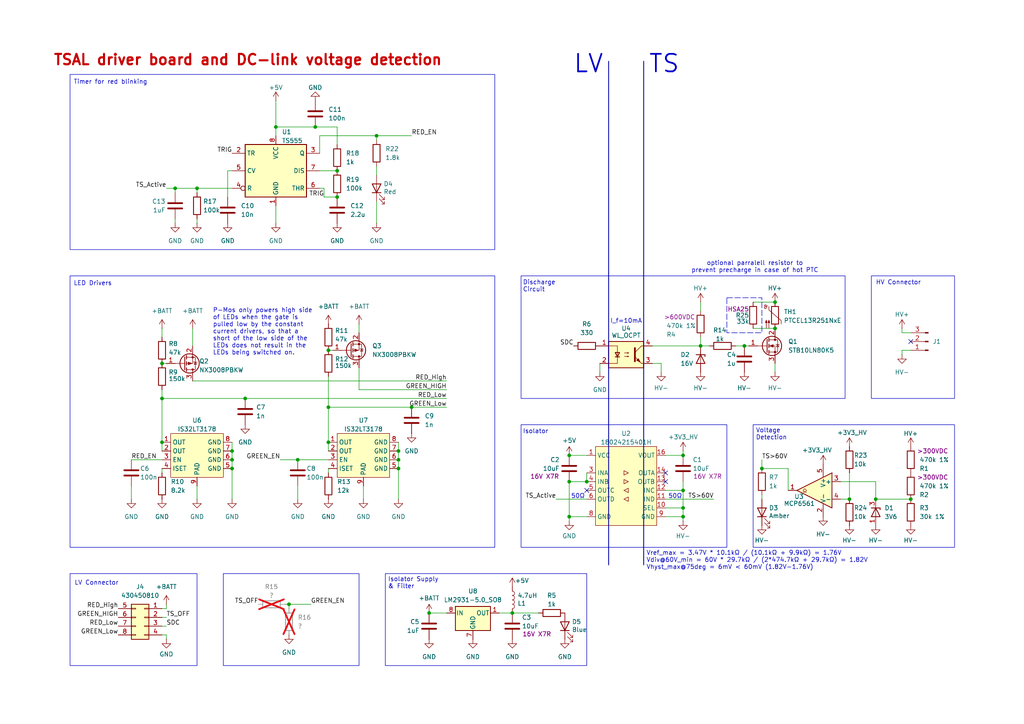
<source format=kicad_sch>
(kicad_sch
	(version 20231120)
	(generator "eeschema")
	(generator_version "8.0")
	(uuid "9debd449-8605-4af8-8da9-c3a8b6bcfdf0")
	(paper "A4")
	
	(junction
		(at 203.2 100.33)
		(diameter 0)
		(color 0 0 0 0)
		(uuid "026eb91c-0463-4bf3-8429-bb33d90c4ba8")
	)
	(junction
		(at 46.99 105.41)
		(diameter 0)
		(color 0 0 0 0)
		(uuid "0684212b-6cd4-4a56-a1fc-cf0157ab846c")
	)
	(junction
		(at 67.31 133.35)
		(diameter 0)
		(color 0 0 0 0)
		(uuid "0b8e9d0e-2844-47b1-a292-a66c081a0afc")
	)
	(junction
		(at 71.12 115.57)
		(diameter 0)
		(color 0 0 0 0)
		(uuid "1174483f-d433-4b40-8af7-67fab2563a72")
	)
	(junction
		(at 80.01 36.83)
		(diameter 0)
		(color 0 0 0 0)
		(uuid "23cf559d-4a68-4f8c-9117-c7ed08cb84fe")
	)
	(junction
		(at 119.38 118.11)
		(diameter 0)
		(color 0 0 0 0)
		(uuid "2897bc79-f091-42d0-8506-a30f02fe2d12")
	)
	(junction
		(at 264.16 144.78)
		(diameter 0)
		(color 0 0 0 0)
		(uuid "382b71dd-5c52-4a1d-b4d2-5189fa6e82d3")
	)
	(junction
		(at 46.99 115.57)
		(diameter 0)
		(color 0 0 0 0)
		(uuid "39822b08-98bc-4493-8fd3-202a068f2a19")
	)
	(junction
		(at 215.9 100.33)
		(diameter 0)
		(color 0 0 0 0)
		(uuid "3ff2f58f-899e-4ebb-82b4-ea27f48c4d15")
	)
	(junction
		(at 109.22 39.37)
		(diameter 0)
		(color 0 0 0 0)
		(uuid "4305f45e-f1a4-4c60-86d0-ead3bf8575e6")
	)
	(junction
		(at 57.15 54.61)
		(diameter 0)
		(color 0 0 0 0)
		(uuid "443a87a0-ff81-4a2c-8d16-2b84b9d88395")
	)
	(junction
		(at 124.46 177.8)
		(diameter 0)
		(color 0 0 0 0)
		(uuid "4e74a0ca-58df-4fca-b6c6-03c94fbc4213")
	)
	(junction
		(at 220.98 135.89)
		(diameter 0)
		(color 0 0 0 0)
		(uuid "4f586983-1835-4156-89d0-0d64c9781236")
	)
	(junction
		(at 198.12 149.86)
		(diameter 0)
		(color 0 0 0 0)
		(uuid "59902c70-bc3d-4957-a451-1c4c5230d274")
	)
	(junction
		(at 254 144.78)
		(diameter 0)
		(color 0 0 0 0)
		(uuid "657e5819-922b-4878-b7e8-86a3439b8959")
	)
	(junction
		(at 91.44 36.83)
		(diameter 0)
		(color 0 0 0 0)
		(uuid "72c533a0-f633-4f66-bdad-5d4f01f42b33")
	)
	(junction
		(at 198.12 142.24)
		(diameter 0)
		(color 0 0 0 0)
		(uuid "77327ac1-9df2-4a76-ab33-5eabc54b8bdf")
	)
	(junction
		(at 165.1 132.08)
		(diameter 0)
		(color 0 0 0 0)
		(uuid "7abc57d9-8671-4a8c-9b33-3f4d2cffd114")
	)
	(junction
		(at 95.25 128.27)
		(diameter 0)
		(color 0 0 0 0)
		(uuid "8320d1e9-b83e-494a-a1de-ff47d179a262")
	)
	(junction
		(at 115.57 135.89)
		(diameter 0)
		(color 0 0 0 0)
		(uuid "8f38404e-f801-46df-ac64-423d9bc13f39")
	)
	(junction
		(at 67.31 135.89)
		(diameter 0)
		(color 0 0 0 0)
		(uuid "92681660-35f1-4a8a-9f79-1241ab1d160b")
	)
	(junction
		(at 224.79 87.63)
		(diameter 0)
		(color 0 0 0 0)
		(uuid "93175b98-c526-4022-97dd-8f1d7e8ef194")
	)
	(junction
		(at 50.8 54.61)
		(diameter 0)
		(color 0 0 0 0)
		(uuid "93b9162b-86dc-4b9a-bde8-9f1ad8f8fa5e")
	)
	(junction
		(at 83.82 175.26)
		(diameter 0)
		(color 0 0 0 0)
		(uuid "985f8b32-62df-477e-b306-8c5a380159f8")
	)
	(junction
		(at 86.36 133.35)
		(diameter 0)
		(color 0 0 0 0)
		(uuid "9b6ebfac-2946-4494-bc7c-274e0e6bb7a2")
	)
	(junction
		(at 165.1 139.7)
		(diameter 0)
		(color 0 0 0 0)
		(uuid "9dd5d57c-1053-42aa-b3aa-83c966314b07")
	)
	(junction
		(at 198.12 132.08)
		(diameter 0)
		(color 0 0 0 0)
		(uuid "9e2cac65-7086-4064-822b-4c4f67c08068")
	)
	(junction
		(at 246.38 144.78)
		(diameter 0)
		(color 0 0 0 0)
		(uuid "a32d6c63-9cba-46f7-9d81-d37457a84b1d")
	)
	(junction
		(at 224.79 95.25)
		(diameter 0)
		(color 0 0 0 0)
		(uuid "a3b925ad-fa35-48cd-b03c-ff5f061fa7d9")
	)
	(junction
		(at 46.99 128.27)
		(diameter 0)
		(color 0 0 0 0)
		(uuid "a79006a8-0c30-4d13-8fec-52df3743d4bb")
	)
	(junction
		(at 97.79 49.53)
		(diameter 0)
		(color 0 0 0 0)
		(uuid "aa60be46-fb65-447d-b063-aa27086b5fed")
	)
	(junction
		(at 97.79 57.15)
		(diameter 0)
		(color 0 0 0 0)
		(uuid "b156aa98-9bd1-4637-b720-e1f080bcba89")
	)
	(junction
		(at 115.57 130.81)
		(diameter 0)
		(color 0 0 0 0)
		(uuid "b90de574-f3cb-42f9-84cf-f72e65de7c8d")
	)
	(junction
		(at 148.59 177.8)
		(diameter 0)
		(color 0 0 0 0)
		(uuid "c0c92021-f951-4e8b-89f0-18795e51dd4e")
	)
	(junction
		(at 165.1 149.86)
		(diameter 0)
		(color 0 0 0 0)
		(uuid "c609c50b-2fda-418f-840d-6b46602b8051")
	)
	(junction
		(at 95.25 118.11)
		(diameter 0)
		(color 0 0 0 0)
		(uuid "d12b8e07-d9e1-4ce7-b4d3-2e0e3ab9167e")
	)
	(junction
		(at 198.12 147.32)
		(diameter 0)
		(color 0 0 0 0)
		(uuid "e4aeeb52-9e38-4a9e-9df2-b70ffdd725a1")
	)
	(junction
		(at 95.25 101.6)
		(diameter 0)
		(color 0 0 0 0)
		(uuid "f45a437a-f547-45ff-8871-b94936094082")
	)
	(junction
		(at 170.18 139.7)
		(diameter 0)
		(color 0 0 0 0)
		(uuid "f7ca4080-03f2-41e8-ae9b-cf758b11a7b2")
	)
	(junction
		(at 115.57 133.35)
		(diameter 0)
		(color 0 0 0 0)
		(uuid "f83f125f-5534-467d-b8c5-98ea87f028a7")
	)
	(junction
		(at 67.31 130.81)
		(diameter 0)
		(color 0 0 0 0)
		(uuid "fa0e6825-f75e-4603-842f-c8d8eb841e57")
	)
	(no_connect
		(at 264.16 99.06)
		(uuid "134a52fa-13d7-4eb2-b050-9206bac10f56")
	)
	(no_connect
		(at 193.04 139.7)
		(uuid "8d4a1ff3-a7e8-43e7-b7a4-bca41d382e7f")
	)
	(no_connect
		(at 170.18 142.24)
		(uuid "a912002f-e658-401e-963d-bcfa5bc8b9f1")
	)
	(no_connect
		(at 193.04 137.16)
		(uuid "c5b2c002-63e8-49a8-bb04-b4b4c97ccb07")
	)
	(wire
		(pts
			(xy 109.22 50.8) (xy 109.22 48.26)
		)
		(stroke
			(width 0)
			(type default)
		)
		(uuid "08cc3faa-8e13-4765-a5d4-7767a9ecf483")
	)
	(wire
		(pts
			(xy 213.36 100.33) (xy 215.9 100.33)
		)
		(stroke
			(width 0)
			(type default)
		)
		(uuid "0d962dff-2c94-44ef-ae2e-718719088ba1")
	)
	(wire
		(pts
			(xy 95.25 109.22) (xy 95.25 118.11)
		)
		(stroke
			(width 0)
			(type default)
		)
		(uuid "0e5fa01f-888b-4da0-8051-abb505d0d6f1")
	)
	(wire
		(pts
			(xy 80.01 29.21) (xy 80.01 36.83)
		)
		(stroke
			(width 0)
			(type default)
		)
		(uuid "14746dbc-b585-42b3-9b2a-d8198cd94899")
	)
	(wire
		(pts
			(xy 198.12 139.7) (xy 198.12 142.24)
		)
		(stroke
			(width 0)
			(type default)
		)
		(uuid "16e17406-0e85-413b-8013-a3deb6fec630")
	)
	(wire
		(pts
			(xy 67.31 128.27) (xy 67.31 130.81)
		)
		(stroke
			(width 0)
			(type default)
		)
		(uuid "177216d3-aa67-4b09-93e4-982ba0afb4d1")
	)
	(wire
		(pts
			(xy 57.15 64.77) (xy 57.15 63.5)
		)
		(stroke
			(width 0)
			(type default)
		)
		(uuid "17f0aba9-ed7e-4491-ad5b-0fc356e93e90")
	)
	(wire
		(pts
			(xy 91.44 36.83) (xy 97.79 36.83)
		)
		(stroke
			(width 0)
			(type default)
		)
		(uuid "19aa88ca-2a44-4ac0-b740-e0e9f7a458e7")
	)
	(wire
		(pts
			(xy 86.36 140.97) (xy 86.36 144.78)
		)
		(stroke
			(width 0)
			(type default)
		)
		(uuid "1fda1f05-694c-4e90-819e-8a629dae2ed5")
	)
	(wire
		(pts
			(xy 198.12 132.08) (xy 198.12 130.81)
		)
		(stroke
			(width 0)
			(type default)
		)
		(uuid "229d8bd6-fbd2-4f9b-8fcd-c9c9af1b9d6a")
	)
	(wire
		(pts
			(xy 92.71 39.37) (xy 92.71 44.45)
		)
		(stroke
			(width 0)
			(type default)
		)
		(uuid "281f7ef5-6196-4c4d-8a6f-a09da9564a67")
	)
	(wire
		(pts
			(xy 80.01 36.83) (xy 80.01 39.37)
		)
		(stroke
			(width 0)
			(type default)
		)
		(uuid "2a306894-5303-4385-b9ae-fdb5850377b0")
	)
	(wire
		(pts
			(xy 83.82 175.26) (xy 90.17 175.26)
		)
		(stroke
			(width 0)
			(type default)
		)
		(uuid "2aebcb75-7a2e-4b21-a27a-5316a1ec930d")
	)
	(wire
		(pts
			(xy 104.14 106.68) (xy 104.14 113.03)
		)
		(stroke
			(width 0)
			(type default)
		)
		(uuid "2b5de279-e99c-46c0-99fd-0c659ebc8ed7")
	)
	(wire
		(pts
			(xy 93.98 54.61) (xy 92.71 54.61)
		)
		(stroke
			(width 0)
			(type default)
		)
		(uuid "2c61c43a-f690-4c26-8cd4-a323021cd220")
	)
	(wire
		(pts
			(xy 48.26 179.07) (xy 46.99 179.07)
		)
		(stroke
			(width 0)
			(type default)
		)
		(uuid "2eca4e06-2093-4d02-a8cd-4b2680d09d37")
	)
	(wire
		(pts
			(xy 104.14 113.03) (xy 129.54 113.03)
		)
		(stroke
			(width 0)
			(type default)
		)
		(uuid "2f155a4b-0a96-4264-8223-66d34f156009")
	)
	(wire
		(pts
			(xy 46.99 135.89) (xy 46.99 137.16)
		)
		(stroke
			(width 0)
			(type default)
		)
		(uuid "3095f70c-fbe4-4463-b6aa-958043cd01f8")
	)
	(wire
		(pts
			(xy 148.59 177.8) (xy 156.21 177.8)
		)
		(stroke
			(width 0)
			(type default)
		)
		(uuid "30af1a62-562f-425a-8b10-46fbf83fdfef")
	)
	(wire
		(pts
			(xy 165.1 149.86) (xy 170.18 149.86)
		)
		(stroke
			(width 0)
			(type default)
		)
		(uuid "34071f44-e945-4188-9f0e-b28c8100bcc6")
	)
	(wire
		(pts
			(xy 86.36 133.35) (xy 95.25 133.35)
		)
		(stroke
			(width 0)
			(type default)
		)
		(uuid "3b016e8a-4566-4e17-8c59-651ec595fb40")
	)
	(wire
		(pts
			(xy 57.15 140.97) (xy 57.15 144.78)
		)
		(stroke
			(width 0)
			(type default)
		)
		(uuid "3e26c73b-bc6c-4c5e-8226-fa4e1c12feba")
	)
	(wire
		(pts
			(xy 193.04 132.08) (xy 198.12 132.08)
		)
		(stroke
			(width 0)
			(type default)
		)
		(uuid "4123c7c1-832a-47b2-95d5-8836ac8a8692")
	)
	(wire
		(pts
			(xy 261.62 101.6) (xy 261.62 102.87)
		)
		(stroke
			(width 0)
			(type default)
		)
		(uuid "42efea56-adb7-477c-b8ad-4c425decf850")
	)
	(wire
		(pts
			(xy 161.29 144.78) (xy 170.18 144.78)
		)
		(stroke
			(width 0)
			(type default)
		)
		(uuid "4a01bf21-de9e-4c3c-8873-9d1870a780ee")
	)
	(wire
		(pts
			(xy 198.12 151.13) (xy 198.12 149.86)
		)
		(stroke
			(width 0)
			(type default)
		)
		(uuid "4dfd2e6c-39e9-4e9a-b27a-7ddd594af91f")
	)
	(wire
		(pts
			(xy 109.22 39.37) (xy 119.38 39.37)
		)
		(stroke
			(width 0)
			(type default)
		)
		(uuid "4e7bbd84-902d-434f-b713-00abfad86234")
	)
	(wire
		(pts
			(xy 264.16 101.6) (xy 261.62 101.6)
		)
		(stroke
			(width 0)
			(type default)
		)
		(uuid "516561c0-65eb-4cc8-b3dd-564575badfdf")
	)
	(wire
		(pts
			(xy 124.46 177.8) (xy 129.54 177.8)
		)
		(stroke
			(width 0)
			(type default)
		)
		(uuid "51949801-c3a8-4bd0-aaa9-7729a3309c6c")
	)
	(wire
		(pts
			(xy 95.25 135.89) (xy 95.25 137.16)
		)
		(stroke
			(width 0)
			(type default)
		)
		(uuid "5797287a-0b8e-462b-9d40-1ff99e74a4d4")
	)
	(wire
		(pts
			(xy 55.88 110.49) (xy 129.54 110.49)
		)
		(stroke
			(width 0)
			(type default)
		)
		(uuid "5b1e6499-213f-4fe5-bdd5-8d401430d309")
	)
	(wire
		(pts
			(xy 50.8 54.61) (xy 50.8 55.88)
		)
		(stroke
			(width 0)
			(type default)
		)
		(uuid "5c0b9e16-ef71-42f7-8cd1-4204c4ce4c4b")
	)
	(wire
		(pts
			(xy 80.01 59.69) (xy 80.01 64.77)
		)
		(stroke
			(width 0)
			(type default)
		)
		(uuid "5ceacfff-675a-4505-af03-7252b7df055c")
	)
	(wire
		(pts
			(xy 48.26 176.53) (xy 48.26 175.26)
		)
		(stroke
			(width 0)
			(type default)
		)
		(uuid "5da8f322-81db-4457-815f-573a7cfc4736")
	)
	(wire
		(pts
			(xy 93.98 54.61) (xy 93.98 57.15)
		)
		(stroke
			(width 0)
			(type default)
		)
		(uuid "60b1a118-c444-45c8-b2aa-3f722f52d325")
	)
	(wire
		(pts
			(xy 46.99 105.41) (xy 48.26 105.41)
		)
		(stroke
			(width 0)
			(type default)
		)
		(uuid "610f16f0-3a40-4796-8875-5cb39a6c613d")
	)
	(wire
		(pts
			(xy 218.44 87.63) (xy 224.79 87.63)
		)
		(stroke
			(width 0)
			(type default)
		)
		(uuid "61df12f7-eea4-4bee-b0ee-ba6e638bd219")
	)
	(wire
		(pts
			(xy 193.04 144.78) (xy 207.01 144.78)
		)
		(stroke
			(width 0)
			(type default)
		)
		(uuid "63ec55bc-94ab-49d7-b638-9048a08d6bc6")
	)
	(wire
		(pts
			(xy 220.98 143.51) (xy 220.98 144.78)
		)
		(stroke
			(width 0)
			(type default)
		)
		(uuid "64659341-fa1a-4c37-87d4-26c477530b61")
	)
	(wire
		(pts
			(xy 246.38 144.78) (xy 243.84 144.78)
		)
		(stroke
			(width 0)
			(type default)
		)
		(uuid "65c6d023-27ad-4fe3-8c23-dd87be36385a")
	)
	(wire
		(pts
			(xy 203.2 87.63) (xy 203.2 90.17)
		)
		(stroke
			(width 0)
			(type default)
		)
		(uuid "69c23500-65df-4f5b-9dc6-65450a94e814")
	)
	(wire
		(pts
			(xy 193.04 149.86) (xy 198.12 149.86)
		)
		(stroke
			(width 0)
			(type default)
		)
		(uuid "6ec11311-5915-4596-9ae0-0d27c4a8047b")
	)
	(wire
		(pts
			(xy 67.31 135.89) (xy 67.31 144.78)
		)
		(stroke
			(width 0)
			(type default)
		)
		(uuid "716bcd72-d402-4f0a-ba82-e1a6a3225263")
	)
	(wire
		(pts
			(xy 198.12 149.86) (xy 198.12 147.32)
		)
		(stroke
			(width 0)
			(type default)
		)
		(uuid "74239838-dc30-40f2-9177-ba3ec68566de")
	)
	(wire
		(pts
			(xy 109.22 40.64) (xy 109.22 39.37)
		)
		(stroke
			(width 0)
			(type default)
		)
		(uuid "74744c2d-6f74-4a63-8265-15e7bcdadc8d")
	)
	(wire
		(pts
			(xy 224.79 107.95) (xy 224.79 105.41)
		)
		(stroke
			(width 0)
			(type default)
		)
		(uuid "763ca273-69bc-4ea7-b7f2-385d2de19e1f")
	)
	(wire
		(pts
			(xy 189.23 100.33) (xy 203.2 100.33)
		)
		(stroke
			(width 0)
			(type default)
		)
		(uuid "76d112dc-c4d8-4560-bf67-25425a15e51b")
	)
	(wire
		(pts
			(xy 203.2 100.33) (xy 205.74 100.33)
		)
		(stroke
			(width 0)
			(type default)
		)
		(uuid "76f2e9cb-0bc1-494a-b44a-d0a45c4841b7")
	)
	(wire
		(pts
			(xy 193.04 142.24) (xy 198.12 142.24)
		)
		(stroke
			(width 0)
			(type default)
		)
		(uuid "7941d173-e121-46a4-ab88-f7610a7a3b19")
	)
	(wire
		(pts
			(xy 46.99 128.27) (xy 46.99 115.57)
		)
		(stroke
			(width 0)
			(type default)
		)
		(uuid "79fdeea7-a811-4679-bf8d-41883ace9c46")
	)
	(wire
		(pts
			(xy 109.22 39.37) (xy 92.71 39.37)
		)
		(stroke
			(width 0)
			(type default)
		)
		(uuid "7a80359c-8dde-4ad4-94ec-643d915dc2cc")
	)
	(wire
		(pts
			(xy 67.31 49.53) (xy 66.04 49.53)
		)
		(stroke
			(width 0)
			(type default)
		)
		(uuid "7e68fbcf-daa3-429c-b7b5-7af4edb806c4")
	)
	(wire
		(pts
			(xy 50.8 63.5) (xy 50.8 64.77)
		)
		(stroke
			(width 0)
			(type default)
		)
		(uuid "7fffe215-f32a-46bc-bcb7-db0d487c7091")
	)
	(wire
		(pts
			(xy 38.1 140.97) (xy 38.1 144.78)
		)
		(stroke
			(width 0)
			(type default)
		)
		(uuid "83adce8b-f9e0-4f83-a31f-84a555389e21")
	)
	(wire
		(pts
			(xy 191.77 107.95) (xy 191.77 105.41)
		)
		(stroke
			(width 0)
			(type default)
		)
		(uuid "85c6a4a9-2a58-45e1-b2e8-8ed6800b4311")
	)
	(wire
		(pts
			(xy 203.2 97.79) (xy 203.2 100.33)
		)
		(stroke
			(width 0)
			(type default)
		)
		(uuid "87b6faf2-4214-4f30-9c03-bfc24ca489b6")
	)
	(wire
		(pts
			(xy 95.25 101.6) (xy 96.52 101.6)
		)
		(stroke
			(width 0)
			(type default)
		)
		(uuid "8a735b3d-34cb-4e5c-8bce-312df18d31a8")
	)
	(wire
		(pts
			(xy 97.79 41.91) (xy 97.79 36.83)
		)
		(stroke
			(width 0)
			(type default)
		)
		(uuid "8cf03936-ed06-4b6b-80e2-98b30aa54768")
	)
	(wire
		(pts
			(xy 67.31 130.81) (xy 67.31 133.35)
		)
		(stroke
			(width 0)
			(type default)
		)
		(uuid "8d318f9a-533d-482a-b1e3-7b8844030ad0")
	)
	(wire
		(pts
			(xy 92.71 49.53) (xy 97.79 49.53)
		)
		(stroke
			(width 0)
			(type default)
		)
		(uuid "91c32884-100c-438c-bf5d-58556ec9eb2c")
	)
	(polyline
		(pts
			(xy 176.53 17.78) (xy 176.53 163.83)
		)
		(stroke
			(width 0.254)
			(type default)
			(color 0 0 162 0.3137254902)
		)
		(uuid "93446e12-8872-4999-aa10-3d8244057946")
	)
	(wire
		(pts
			(xy 215.9 100.33) (xy 217.17 100.33)
		)
		(stroke
			(width 0)
			(type default)
		)
		(uuid "94d31da6-e66c-42e5-9bdd-7ed5471c24e9")
	)
	(wire
		(pts
			(xy 261.62 96.52) (xy 264.16 96.52)
		)
		(stroke
			(width 0)
			(type default)
		)
		(uuid "977ff348-f8b0-4f0b-8456-2e5206d8564f")
	)
	(wire
		(pts
			(xy 104.14 93.98) (xy 104.14 96.52)
		)
		(stroke
			(width 0)
			(type default)
		)
		(uuid "9a4e7cca-5130-47c9-b3bc-13c11a9a2105")
	)
	(wire
		(pts
			(xy 48.26 184.15) (xy 46.99 184.15)
		)
		(stroke
			(width 0)
			(type default)
		)
		(uuid "9cbb5b4b-2d7b-4f1c-9c45-2b520b1717ef")
	)
	(wire
		(pts
			(xy 193.04 147.32) (xy 198.12 147.32)
		)
		(stroke
			(width 0)
			(type default)
		)
		(uuid "9cd099f2-df6e-47fb-96eb-5c8cec3538ce")
	)
	(wire
		(pts
			(xy 189.23 105.41) (xy 191.77 105.41)
		)
		(stroke
			(width 0)
			(type default)
		)
		(uuid "9cf0f3a8-6b74-4479-b75a-0b8d6ae0f62d")
	)
	(wire
		(pts
			(xy 261.62 96.52) (xy 261.62 95.25)
		)
		(stroke
			(width 0)
			(type default)
		)
		(uuid "9fd93f4e-9c1f-42a1-a38f-3dcc276cb349")
	)
	(wire
		(pts
			(xy 80.01 36.83) (xy 91.44 36.83)
		)
		(stroke
			(width 0)
			(type default)
		)
		(uuid "a0d2bfb7-68dc-42be-b022-2ecc8de61027")
	)
	(wire
		(pts
			(xy 105.41 140.97) (xy 105.41 144.78)
		)
		(stroke
			(width 0)
			(type default)
		)
		(uuid "a1a3ff77-2de9-4e69-9e13-e67afd22e7d9")
	)
	(wire
		(pts
			(xy 48.26 54.61) (xy 50.8 54.61)
		)
		(stroke
			(width 0)
			(type default)
		)
		(uuid "a1db2584-95d3-4bf7-9adb-abc94678c63a")
	)
	(wire
		(pts
			(xy 95.25 128.27) (xy 95.25 130.81)
		)
		(stroke
			(width 0)
			(type default)
		)
		(uuid "a71b51c6-9dae-4fa6-8f22-d8964efee844")
	)
	(wire
		(pts
			(xy 119.38 118.11) (xy 129.54 118.11)
		)
		(stroke
			(width 0)
			(type default)
		)
		(uuid "a98109a1-8b03-49ba-ae6e-77bce6ff401a")
	)
	(wire
		(pts
			(xy 144.78 177.8) (xy 148.59 177.8)
		)
		(stroke
			(width 0)
			(type default)
		)
		(uuid "aece7f3e-8357-4bbb-aca4-2c2c7705c932")
	)
	(wire
		(pts
			(xy 46.99 115.57) (xy 71.12 115.57)
		)
		(stroke
			(width 0)
			(type default)
		)
		(uuid "b25449d1-cef0-4f6c-a7ca-2f7b8ae67bd5")
	)
	(wire
		(pts
			(xy 228.6 135.89) (xy 228.6 142.24)
		)
		(stroke
			(width 0)
			(type default)
		)
		(uuid "b268647f-2ac0-4321-b896-3d48695e5dc2")
	)
	(wire
		(pts
			(xy 254 144.78) (xy 254 139.7)
		)
		(stroke
			(width 0)
			(type default)
		)
		(uuid "b4edd754-ff1b-4c8d-a27b-8a07a2ed05f1")
	)
	(wire
		(pts
			(xy 46.99 113.03) (xy 46.99 115.57)
		)
		(stroke
			(width 0)
			(type default)
		)
		(uuid "b5dd2cae-db7f-46b6-bc64-fdafa3ab2830")
	)
	(wire
		(pts
			(xy 81.28 133.35) (xy 86.36 133.35)
		)
		(stroke
			(width 0)
			(type default)
		)
		(uuid "ba595097-ef72-4be0-a81b-3f69ac6dc061")
	)
	(wire
		(pts
			(xy 220.98 133.35) (xy 220.98 135.89)
		)
		(stroke
			(width 0)
			(type default)
		)
		(uuid "bb6050b7-e300-478c-a700-f7e13a77b558")
	)
	(wire
		(pts
			(xy 218.44 95.25) (xy 224.79 95.25)
		)
		(stroke
			(width 0)
			(type default)
		)
		(uuid "c0da4088-b8dd-4120-bb51-0998c4f90fa0")
	)
	(wire
		(pts
			(xy 71.12 115.57) (xy 129.54 115.57)
		)
		(stroke
			(width 0)
			(type default)
		)
		(uuid "c3517ed0-5916-4e21-bfeb-6768f868fd3f")
	)
	(wire
		(pts
			(xy 165.1 139.7) (xy 170.18 139.7)
		)
		(stroke
			(width 0)
			(type default)
		)
		(uuid "c4162fec-d33d-48bf-81da-987a88c74724")
	)
	(polyline
		(pts
			(xy 186.69 17.78) (xy 186.69 163.83)
		)
		(stroke
			(width 0.254)
			(type default)
			(color 0 0 162 0.3137254902)
		)
		(uuid "c6016b43-33f4-4b64-99c9-baac37034c3b")
	)
	(wire
		(pts
			(xy 198.12 147.32) (xy 198.12 142.24)
		)
		(stroke
			(width 0)
			(type default)
		)
		(uuid "c8151381-acb0-4fc9-903e-fa8035e4a6ab")
	)
	(wire
		(pts
			(xy 165.1 139.7) (xy 165.1 149.86)
		)
		(stroke
			(width 0)
			(type default)
		)
		(uuid "c88a330b-c512-438e-a36f-9209419b6f19")
	)
	(wire
		(pts
			(xy 55.88 95.25) (xy 55.88 100.33)
		)
		(stroke
			(width 0)
			(type default)
		)
		(uuid "c97440a5-529a-4b00-9c8a-7e22678aa27a")
	)
	(wire
		(pts
			(xy 115.57 130.81) (xy 115.57 133.35)
		)
		(stroke
			(width 0)
			(type default)
		)
		(uuid "cab3c9f3-25e5-4086-b30e-c402143fc906")
	)
	(wire
		(pts
			(xy 109.22 58.42) (xy 109.22 64.77)
		)
		(stroke
			(width 0)
			(type default)
		)
		(uuid "cb7c0127-51e0-4d29-81ba-23f0dddee6b3")
	)
	(wire
		(pts
			(xy 48.26 185.42) (xy 48.26 184.15)
		)
		(stroke
			(width 0)
			(type default)
		)
		(uuid "cd51db21-7a69-40ab-8813-6cff9f81b1df")
	)
	(wire
		(pts
			(xy 173.99 107.95) (xy 173.99 105.41)
		)
		(stroke
			(width 0)
			(type default)
		)
		(uuid "d1ab1a52-61a5-421f-867c-d622c823f65e")
	)
	(wire
		(pts
			(xy 57.15 55.88) (xy 57.15 54.61)
		)
		(stroke
			(width 0)
			(type default)
		)
		(uuid "d3e62aeb-0c84-4d0f-a878-f1638a4385b7")
	)
	(wire
		(pts
			(xy 170.18 137.16) (xy 170.18 139.7)
		)
		(stroke
			(width 0)
			(type default)
		)
		(uuid "dbaca429-ce07-428b-b53f-fc8239c6133a")
	)
	(wire
		(pts
			(xy 95.25 118.11) (xy 95.25 128.27)
		)
		(stroke
			(width 0)
			(type default)
		)
		(uuid "de1c3265-5b8c-4f3a-9f10-6be17180df1a")
	)
	(wire
		(pts
			(xy 57.15 54.61) (xy 67.31 54.61)
		)
		(stroke
			(width 0)
			(type default)
		)
		(uuid "e0ab9f23-9ff3-49be-8a3b-93b94101a522")
	)
	(wire
		(pts
			(xy 48.26 181.61) (xy 46.99 181.61)
		)
		(stroke
			(width 0)
			(type default)
		)
		(uuid "e2f1c083-ce12-4788-b39b-5f2409e9f916")
	)
	(wire
		(pts
			(xy 83.82 176.53) (xy 83.82 175.26)
		)
		(stroke
			(width 0)
			(type default)
		)
		(uuid "e30f0bf8-4660-40da-bc2f-5ae20153ce53")
	)
	(wire
		(pts
			(xy 115.57 133.35) (xy 115.57 135.89)
		)
		(stroke
			(width 0)
			(type default)
		)
		(uuid "e3c12d6a-993a-471e-8393-e1d8f1af4c2d")
	)
	(wire
		(pts
			(xy 115.57 128.27) (xy 115.57 130.81)
		)
		(stroke
			(width 0)
			(type default)
		)
		(uuid "e4d90a6c-63a5-4ce7-9a61-f19bf3b47f7b")
	)
	(wire
		(pts
			(xy 82.55 175.26) (xy 83.82 175.26)
		)
		(stroke
			(width 0)
			(type default)
		)
		(uuid "e5bfb8d7-61db-4d62-ae2a-26383582b8e1")
	)
	(wire
		(pts
			(xy 95.25 118.11) (xy 119.38 118.11)
		)
		(stroke
			(width 0)
			(type default)
		)
		(uuid "e5ef6f88-448f-4db7-8b95-dc2f16814e62")
	)
	(wire
		(pts
			(xy 38.1 133.35) (xy 46.99 133.35)
		)
		(stroke
			(width 0)
			(type default)
		)
		(uuid "eab4768c-ba16-4ce4-b7ad-8fc9d6d87bc6")
	)
	(wire
		(pts
			(xy 170.18 132.08) (xy 165.1 132.08)
		)
		(stroke
			(width 0)
			(type default)
		)
		(uuid "ec35287f-a6ab-453d-b58b-4921db9571b4")
	)
	(wire
		(pts
			(xy 48.26 176.53) (xy 46.99 176.53)
		)
		(stroke
			(width 0)
			(type default)
		)
		(uuid "edb21dad-5777-4d9a-a41d-c5af6c031a5d")
	)
	(wire
		(pts
			(xy 254 144.78) (xy 264.16 144.78)
		)
		(stroke
			(width 0)
			(type default)
		)
		(uuid "efc14bc2-ba36-41c9-bf78-2d56e175b0f0")
	)
	(wire
		(pts
			(xy 66.04 49.53) (xy 66.04 57.15)
		)
		(stroke
			(width 0)
			(type default)
		)
		(uuid "f03928b4-2ff8-4678-ae2e-b2da3fe13789")
	)
	(wire
		(pts
			(xy 254 139.7) (xy 243.84 139.7)
		)
		(stroke
			(width 0)
			(type default)
		)
		(uuid "f144acb6-984e-4e26-914f-127d98731133")
	)
	(wire
		(pts
			(xy 115.57 135.89) (xy 115.57 144.78)
		)
		(stroke
			(width 0)
			(type default)
		)
		(uuid "f171e986-8295-4f4e-be69-4ce0bea275d3")
	)
	(wire
		(pts
			(xy 93.98 57.15) (xy 97.79 57.15)
		)
		(stroke
			(width 0)
			(type default)
		)
		(uuid "f1891d3c-1225-42e4-b9bb-33fec4330211")
	)
	(wire
		(pts
			(xy 46.99 95.25) (xy 46.99 97.79)
		)
		(stroke
			(width 0)
			(type default)
		)
		(uuid "f29dfab2-f044-4de1-a893-1b6b2a1ee045")
	)
	(wire
		(pts
			(xy 46.99 128.27) (xy 46.99 130.81)
		)
		(stroke
			(width 0)
			(type default)
		)
		(uuid "f343a2b7-93be-4ab0-8d24-98768a5154ca")
	)
	(wire
		(pts
			(xy 50.8 54.61) (xy 57.15 54.61)
		)
		(stroke
			(width 0)
			(type default)
		)
		(uuid "f616a9a2-32a8-4be4-baea-a34449a37045")
	)
	(wire
		(pts
			(xy 220.98 135.89) (xy 228.6 135.89)
		)
		(stroke
			(width 0)
			(type default)
		)
		(uuid "f6299c65-6439-4c8d-92a3-fc04fce62441")
	)
	(wire
		(pts
			(xy 67.31 133.35) (xy 67.31 135.89)
		)
		(stroke
			(width 0)
			(type default)
		)
		(uuid "f634fedb-a619-4e10-8fb4-3746d93f0a0f")
	)
	(wire
		(pts
			(xy 165.1 151.13) (xy 165.1 149.86)
		)
		(stroke
			(width 0)
			(type default)
		)
		(uuid "f7df42ec-4b3c-4802-9a7e-433b8dc41143")
	)
	(wire
		(pts
			(xy 246.38 137.16) (xy 246.38 144.78)
		)
		(stroke
			(width 0)
			(type default)
		)
		(uuid "fb66c788-6f32-4c76-abda-f90ebba1a09d")
	)
	(rectangle
		(start 218.44 123.19)
		(end 276.86 158.75)
		(stroke
			(width 0)
			(type default)
		)
		(fill
			(type none)
		)
		(uuid 01fed345-fb0e-4438-8683-f6edb25b6a91)
	)
	(rectangle
		(start 151.13 123.19)
		(end 210.82 158.75)
		(stroke
			(width 0)
			(type default)
		)
		(fill
			(type none)
		)
		(uuid 25e65339-0734-438b-8d87-a0ea641d99f1)
	)
	(rectangle
		(start 20.32 21.59)
		(end 143.51 72.39)
		(stroke
			(width 0)
			(type default)
		)
		(fill
			(type none)
		)
		(uuid 47e70481-caa6-40e6-bd1d-661c6a983805)
	)
	(rectangle
		(start 20.32 80.01)
		(end 143.51 158.75)
		(stroke
			(width 0)
			(type default)
		)
		(fill
			(type none)
		)
		(uuid 4ff4e1dd-d613-4552-b94a-4d8ecbb26631)
	)
	(rectangle
		(start 64.77 166.37)
		(end 104.14 193.04)
		(stroke
			(width 0)
			(type default)
		)
		(fill
			(type none)
		)
		(uuid 57f1f181-f5da-4c6f-b30f-00170b7564e4)
	)
	(rectangle
		(start 252.73 80.01)
		(end 276.86 115.57)
		(stroke
			(width 0)
			(type default)
		)
		(fill
			(type none)
		)
		(uuid 6193ed35-fabe-433c-8a2a-52dee59533be)
	)
	(rectangle
		(start 210.82 86.36)
		(end 220.98 96.52)
		(stroke
			(width 0)
			(type dash)
		)
		(fill
			(type none)
		)
		(uuid a5540966-6149-4be5-8821-7a2ee06f0cd8)
	)
	(rectangle
		(start 20.32 166.37)
		(end 57.15 193.04)
		(stroke
			(width 0)
			(type default)
		)
		(fill
			(type none)
		)
		(uuid c8bc12c9-d350-448e-8b54-fbd321147316)
	)
	(rectangle
		(start 151.13 80.01)
		(end 245.11 115.57)
		(stroke
			(width 0)
			(type default)
		)
		(fill
			(type none)
		)
		(uuid e5e54236-6014-403b-afd6-0a6cc5aa0c9e)
	)
	(rectangle
		(start 111.76 166.37)
		(end 170.18 193.04)
		(stroke
			(width 0)
			(type default)
		)
		(fill
			(type none)
		)
		(uuid ec740441-49dc-4fae-bd7e-e900482e3703)
	)
	(text "TS"
		(exclude_from_sim no)
		(at 187.96 21.59 0)
		(effects
			(font
				(size 5.08 5.08)
				(thickness 0.508)
				(bold yes)
			)
			(justify left bottom)
		)
		(uuid "021b61db-6296-40c2-b79b-5b093973b8bc")
	)
	(text "optional parralell resistor to\nprevent precharge in case of hot PTC"
		(exclude_from_sim no)
		(at 218.948 77.47 0)
		(effects
			(font
				(size 1.27 1.27)
			)
		)
		(uuid "068be38f-c9c2-417e-9213-4818c911c12a")
	)
	(text "LED Drivers"
		(exclude_from_sim no)
		(at 21.336 82.296 0)
		(effects
			(font
				(size 1.27 1.27)
			)
			(justify left)
		)
		(uuid "3677f57d-b2b3-41d7-b406-aac319f88591")
	)
	(text "50Ω"
		(exclude_from_sim no)
		(at 195.834 144.018 0)
		(effects
			(font
				(size 1.27 1.27)
			)
		)
		(uuid "434e5a6c-e210-4e3e-987b-8a3fee68f88f")
	)
	(text "Voltage\nDetection\n"
		(exclude_from_sim no)
		(at 219.202 125.984 0)
		(effects
			(font
				(size 1.27 1.27)
			)
			(justify left)
		)
		(uuid "45ce58e6-3841-482c-a39f-c70a041c4c6b")
	)
	(text "LV Connector"
		(exclude_from_sim no)
		(at 21.59 169.164 0)
		(effects
			(font
				(size 1.27 1.27)
			)
			(justify left)
		)
		(uuid "5b97e0ec-2be3-4f34-a177-ec8eaa54b7b7")
	)
	(text "TSAL driver board and DC-link voltage detection"
		(exclude_from_sim no)
		(at 71.882 17.526 0)
		(effects
			(font
				(size 3 3)
				(thickness 0.6)
				(bold yes)
				(color 194 0 0 1)
			)
		)
		(uuid "6eafd69d-d45d-4a3f-8930-66db40ccef74")
	)
	(text "Discharge\nCircuit"
		(exclude_from_sim no)
		(at 151.638 83.058 0)
		(effects
			(font
				(size 1.27 1.27)
			)
			(justify left)
		)
		(uuid "70134144-881b-44af-a32c-094f2f38cb97")
	)
	(text "Timer for red blinking"
		(exclude_from_sim no)
		(at 21.336 23.876 0)
		(effects
			(font
				(size 1.27 1.27)
			)
			(justify left)
		)
		(uuid "7038987e-7341-4060-bae1-07f28aa7ce1d")
	)
	(text "HV Connector"
		(exclude_from_sim no)
		(at 254 82.042 0)
		(effects
			(font
				(size 1.27 1.27)
			)
			(justify left)
		)
		(uuid "b0e50c81-d78e-40f1-80e2-61474f294946")
	)
	(text "LV"
		(exclude_from_sim no)
		(at 175.26 21.59 0)
		(effects
			(font
				(size 5.08 5.08)
				(thickness 0.508)
				(bold yes)
			)
			(justify right bottom)
		)
		(uuid "bae6a436-f5e1-472d-a1d2-3e42c2d66f22")
	)
	(text "Isolator"
		(exclude_from_sim no)
		(at 151.638 125.222 0)
		(effects
			(font
				(size 1.27 1.27)
			)
			(justify left)
		)
		(uuid "df682997-c89a-4a5f-872a-73e5ee8f662a")
	)
	(text "Vref_max = 3.47V * 10.1kΩ / (10.1kΩ + 9.9kΩ) = 1.76V\nVdiv@60V_min = 60V * 29.7kΩ / (2*474.7kΩ + 29.7kΩ) = 1.82V\nVhyst_max@75deg = 6mV < 60mV (1.82V-1.76V)"
		(exclude_from_sim no)
		(at 187.452 162.56 0)
		(effects
			(font
				(size 1.27 1.27)
			)
			(justify left)
		)
		(uuid "e589dcb2-387b-4764-962e-d312be997c64")
	)
	(text "I_f=10mA"
		(exclude_from_sim no)
		(at 181.61 93.218 0)
		(effects
			(font
				(size 1.27 1.27)
			)
		)
		(uuid "e648008f-f1a0-444b-8511-ce30c0093c72")
	)
	(text "50Ω"
		(exclude_from_sim no)
		(at 167.64 144.018 0)
		(effects
			(font
				(size 1.27 1.27)
			)
		)
		(uuid "f6435205-afd3-4faa-a831-f11ce0326f86")
	)
	(text "Isolator Supply\n& Filter"
		(exclude_from_sim no)
		(at 112.522 169.164 0)
		(effects
			(font
				(size 1.27 1.27)
			)
			(justify left)
		)
		(uuid "f6e77845-6a9f-4a86-9629-3082379a248b")
	)
	(text "P-Mos only powers high side\nof LEDs when the gate is\npulled low by the constant\ncurrent drivers, so that a\nshort of the low side of the\nLEDs does not result in the\nLEDs being switched on."
		(exclude_from_sim no)
		(at 61.722 103.124 0)
		(effects
			(font
				(size 1.27 1.27)
			)
			(justify left bottom)
		)
		(uuid "fdb9635e-5877-4879-b985-cfb6f1947ca8")
	)
	(label "GREEN_EN"
		(at 81.28 133.35 180)
		(fields_autoplaced yes)
		(effects
			(font
				(size 1.27 1.27)
			)
			(justify right bottom)
		)
		(uuid "238fcfe9-1b36-4569-a39c-f6a8fc2188d7")
	)
	(label "TS_OFF"
		(at 48.26 179.07 0)
		(fields_autoplaced yes)
		(effects
			(font
				(size 1.27 1.27)
			)
			(justify left bottom)
		)
		(uuid "39fd68ae-5888-4b2f-b635-ec2f3e0676df")
	)
	(label "GREEN_HIGH"
		(at 129.54 113.03 180)
		(fields_autoplaced yes)
		(effects
			(font
				(size 1.27 1.27)
			)
			(justify right bottom)
		)
		(uuid "4f585b78-a3ad-49f9-8bfa-8e3c1cbbbaa1")
	)
	(label "SDC"
		(at 166.37 100.33 180)
		(fields_autoplaced yes)
		(effects
			(font
				(size 1.27 1.27)
			)
			(justify right bottom)
		)
		(uuid "5b660d73-800e-4ede-80d8-3e5300cfe7c9")
	)
	(label "TRIG"
		(at 93.98 57.15 180)
		(fields_autoplaced yes)
		(effects
			(font
				(size 1.27 1.27)
			)
			(justify right bottom)
		)
		(uuid "71f3dd8b-82f7-4711-b3ab-8469aac22899")
	)
	(label "RED_High"
		(at 129.54 110.49 180)
		(fields_autoplaced yes)
		(effects
			(font
				(size 1.27 1.27)
			)
			(justify right bottom)
		)
		(uuid "75ead031-9178-4e75-8e3a-92c80ffc5e62")
	)
	(label "RED_EN"
		(at 119.38 39.37 0)
		(fields_autoplaced yes)
		(effects
			(font
				(size 1.27 1.27)
			)
			(justify left bottom)
		)
		(uuid "88c4c738-2845-4638-91db-bccc1a6f589e")
	)
	(label "GREEN_Low"
		(at 34.29 184.15 180)
		(fields_autoplaced yes)
		(effects
			(font
				(size 1.27 1.27)
			)
			(justify right bottom)
		)
		(uuid "985a280d-57e1-419c-9258-d5367f174fe1")
	)
	(label "TS_Active"
		(at 161.29 144.78 180)
		(fields_autoplaced yes)
		(effects
			(font
				(size 1.27 1.27)
			)
			(justify right bottom)
		)
		(uuid "9e33e52f-2103-46ef-ad17-472ed12a9cae")
	)
	(label "GREEN_EN"
		(at 90.17 175.26 0)
		(fields_autoplaced yes)
		(effects
			(font
				(size 1.27 1.27)
			)
			(justify left bottom)
		)
		(uuid "a71d8013-a520-4c34-ba83-906043c9623f")
	)
	(label "SDC"
		(at 48.26 181.61 0)
		(fields_autoplaced yes)
		(effects
			(font
				(size 1.27 1.27)
			)
			(justify left bottom)
		)
		(uuid "ad6e350b-2608-49fe-8b82-3c6bf1ee9e2f")
	)
	(label "GREEN_Low"
		(at 129.54 118.11 180)
		(fields_autoplaced yes)
		(effects
			(font
				(size 1.27 1.27)
			)
			(justify right bottom)
		)
		(uuid "b2d43ad5-53a9-40bf-8fdf-594161cd8f4b")
	)
	(label "GREEN_HIGH"
		(at 34.29 179.07 180)
		(fields_autoplaced yes)
		(effects
			(font
				(size 1.27 1.27)
			)
			(justify right bottom)
		)
		(uuid "b75fbcca-47aa-44a9-b3f5-eb26f0b76f56")
	)
	(label "TS>60V"
		(at 207.01 144.78 180)
		(fields_autoplaced yes)
		(effects
			(font
				(size 1.27 1.27)
			)
			(justify right bottom)
		)
		(uuid "cae32917-fa13-4ecb-a8d5-6bd5a9b4b047")
	)
	(label "TS>60V"
		(at 220.98 133.35 0)
		(fields_autoplaced yes)
		(effects
			(font
				(size 1.27 1.27)
			)
			(justify left bottom)
		)
		(uuid "cbdd5f1a-cbe9-4d41-8988-8ce5d29b1581")
	)
	(label "TRIG"
		(at 67.31 44.45 180)
		(fields_autoplaced yes)
		(effects
			(font
				(size 1.27 1.27)
			)
			(justify right bottom)
		)
		(uuid "d24ed776-f33f-4d35-a0fb-1b6b528a3bc2")
	)
	(label "TS_OFF"
		(at 74.93 175.26 180)
		(fields_autoplaced yes)
		(effects
			(font
				(size 1.27 1.27)
			)
			(justify right bottom)
		)
		(uuid "eb9d6a65-2132-42c6-b52d-d44efa22777c")
	)
	(label "RED_High"
		(at 34.29 176.53 180)
		(fields_autoplaced yes)
		(effects
			(font
				(size 1.27 1.27)
			)
			(justify right bottom)
		)
		(uuid "ec24e6e3-ba9b-44de-a68f-e87f81452a9e")
	)
	(label "RED_EN"
		(at 38.1 133.35 0)
		(fields_autoplaced yes)
		(effects
			(font
				(size 1.27 1.27)
			)
			(justify left bottom)
		)
		(uuid "eee243c5-f291-4fb4-9080-d7990c64df59")
	)
	(label "RED_Low"
		(at 129.54 115.57 180)
		(fields_autoplaced yes)
		(effects
			(font
				(size 1.27 1.27)
			)
			(justify right bottom)
		)
		(uuid "f6286c1d-8f1a-41d5-9715-49d170b7920c")
	)
	(label "RED_Low"
		(at 34.29 181.61 180)
		(fields_autoplaced yes)
		(effects
			(font
				(size 1.27 1.27)
			)
			(justify right bottom)
		)
		(uuid "f843dda1-a74f-4447-9bbe-bf4e81698c18")
	)
	(label "TS_Active"
		(at 48.26 54.61 180)
		(fields_autoplaced yes)
		(effects
			(font
				(size 1.27 1.27)
			)
			(justify right bottom)
		)
		(uuid "fa340064-39e5-4fb6-a144-024a14842432")
	)
	(symbol
		(lib_id "Device:R")
		(at 46.99 109.22 0)
		(unit 1)
		(exclude_from_sim no)
		(in_bom yes)
		(on_board yes)
		(dnp no)
		(uuid "099ea61e-eb4b-4378-a1e3-55478918a7e0")
		(property "Reference" "R9"
			(at 48.895 107.95 0)
			(effects
				(font
					(size 1.27 1.27)
				)
				(justify left)
			)
		)
		(property "Value" "150k"
			(at 48.895 109.855 0)
			(effects
				(font
					(size 1.27 1.27)
				)
				(justify left)
			)
		)
		(property "Footprint" "Resistor_SMD:R_0603_1608Metric"
			(at 45.212 109.22 90)
			(effects
				(font
					(size 1.27 1.27)
				)
				(hide yes)
			)
		)
		(property "Datasheet" "~"
			(at 46.99 109.22 0)
			(effects
				(font
					(size 1.27 1.27)
				)
				(hide yes)
			)
		)
		(property "Description" ""
			(at 46.99 109.22 0)
			(effects
				(font
					(size 1.27 1.27)
				)
				(hide yes)
			)
		)
		(pin "1"
			(uuid "2deeb5ef-82ec-4eff-8b11-186bc10de6d0")
		)
		(pin "2"
			(uuid "b3d96412-dca3-441e-907f-8d7f2b5c8b88")
		)
		(instances
			(project "DC_FT25"
				(path "/9debd449-8605-4af8-8da9-c3a8b6bcfdf0"
					(reference "R9")
					(unit 1)
				)
			)
		)
	)
	(symbol
		(lib_id "power:GND")
		(at 264.16 152.4 0)
		(unit 1)
		(exclude_from_sim no)
		(in_bom yes)
		(on_board yes)
		(dnp no)
		(uuid "0a942227-b680-471d-83de-b2df00792685")
		(property "Reference" "#PWR04"
			(at 264.16 158.75 0)
			(effects
				(font
					(size 1.27 1.27)
				)
				(hide yes)
			)
		)
		(property "Value" "HV-"
			(at 264.16 156.718 0)
			(effects
				(font
					(size 1.27 1.27)
				)
			)
		)
		(property "Footprint" ""
			(at 264.16 152.4 0)
			(effects
				(font
					(size 1.27 1.27)
				)
				(hide yes)
			)
		)
		(property "Datasheet" ""
			(at 264.16 152.4 0)
			(effects
				(font
					(size 1.27 1.27)
				)
				(hide yes)
			)
		)
		(property "Description" "Power symbol creates a global label with name \"GND\" , ground"
			(at 264.16 152.4 0)
			(effects
				(font
					(size 1.27 1.27)
				)
				(hide yes)
			)
		)
		(pin "1"
			(uuid "f8d3cc27-0ff9-4542-b827-5568f6099af0")
		)
		(instances
			(project "DC_FT25"
				(path "/9debd449-8605-4af8-8da9-c3a8b6bcfdf0"
					(reference "#PWR04")
					(unit 1)
				)
			)
		)
	)
	(symbol
		(lib_id "power:+BATT")
		(at 165.1 132.08 0)
		(unit 1)
		(exclude_from_sim no)
		(in_bom yes)
		(on_board yes)
		(dnp no)
		(uuid "0d45fe2b-3c94-44a2-828e-5ae649928565")
		(property "Reference" "#PWR053"
			(at 165.1 135.89 0)
			(effects
				(font
					(size 1.27 1.27)
				)
				(hide yes)
			)
		)
		(property "Value" "+5V"
			(at 165.1 127.762 0)
			(effects
				(font
					(size 1.27 1.27)
				)
			)
		)
		(property "Footprint" ""
			(at 165.1 132.08 0)
			(effects
				(font
					(size 1.27 1.27)
				)
				(hide yes)
			)
		)
		(property "Datasheet" ""
			(at 165.1 132.08 0)
			(effects
				(font
					(size 1.27 1.27)
				)
				(hide yes)
			)
		)
		(property "Description" "Power symbol creates a global label with name \"+BATT\""
			(at 165.1 132.08 0)
			(effects
				(font
					(size 1.27 1.27)
				)
				(hide yes)
			)
		)
		(pin "1"
			(uuid "a1bf5650-af29-4cf4-b784-232d30bc65da")
		)
		(instances
			(project "DC"
				(path "/9debd449-8605-4af8-8da9-c3a8b6bcfdf0"
					(reference "#PWR053")
					(unit 1)
				)
			)
		)
	)
	(symbol
		(lib_id "Device:C")
		(at 215.9 104.14 180)
		(unit 1)
		(exclude_from_sim no)
		(in_bom yes)
		(on_board yes)
		(dnp no)
		(uuid "0e197c7f-beab-40ba-89e0-1c0bdef07b46")
		(property "Reference" "C4"
			(at 210.82 102.87 0)
			(effects
				(font
					(size 1.27 1.27)
				)
				(justify right)
			)
		)
		(property "Value" "1u"
			(at 210.82 105.41 0)
			(effects
				(font
					(size 1.27 1.27)
				)
				(justify right)
			)
		)
		(property "Footprint" "Capacitor_SMD:C_0805_2012Metric"
			(at 214.9348 100.33 0)
			(effects
				(font
					(size 1.27 1.27)
				)
				(hide yes)
			)
		)
		(property "Datasheet" "~"
			(at 215.9 104.14 0)
			(effects
				(font
					(size 1.27 1.27)
				)
				(hide yes)
			)
		)
		(property "Description" "Unpolarized capacitor"
			(at 215.9 104.14 0)
			(effects
				(font
					(size 1.27 1.27)
				)
				(hide yes)
			)
		)
		(pin "2"
			(uuid "00b867f4-fe3d-4b7f-8a32-34c57c9189a1")
		)
		(pin "1"
			(uuid "fc6c7faa-ec39-4405-a159-4a5597a63538")
		)
		(instances
			(project ""
				(path "/9debd449-8605-4af8-8da9-c3a8b6bcfdf0"
					(reference "C4")
					(unit 1)
				)
			)
		)
	)
	(symbol
		(lib_id "Device:C")
		(at 91.44 33.02 180)
		(unit 1)
		(exclude_from_sim no)
		(in_bom yes)
		(on_board yes)
		(dnp no)
		(fields_autoplaced yes)
		(uuid "0e255f9a-a117-4f6e-ba20-c9df2076ba91")
		(property "Reference" "C11"
			(at 95.25 31.75 0)
			(effects
				(font
					(size 1.27 1.27)
				)
				(justify right)
			)
		)
		(property "Value" "100n"
			(at 95.25 34.29 0)
			(effects
				(font
					(size 1.27 1.27)
				)
				(justify right)
			)
		)
		(property "Footprint" "Capacitor_SMD:C_0603_1608Metric"
			(at 90.4748 29.21 0)
			(effects
				(font
					(size 1.27 1.27)
				)
				(hide yes)
			)
		)
		(property "Datasheet" "~"
			(at 91.44 33.02 0)
			(effects
				(font
					(size 1.27 1.27)
				)
				(hide yes)
			)
		)
		(property "Description" ""
			(at 91.44 33.02 0)
			(effects
				(font
					(size 1.27 1.27)
				)
				(hide yes)
			)
		)
		(pin "1"
			(uuid "16a9077f-f789-4b33-a5a0-ccfe96132505")
		)
		(pin "2"
			(uuid "b00dc198-8e6f-4225-b5cf-a07e453aab66")
		)
		(instances
			(project "DC_FT25"
				(path "/9debd449-8605-4af8-8da9-c3a8b6bcfdf0"
					(reference "C11")
					(unit 1)
				)
			)
		)
	)
	(symbol
		(lib_id "power:GND")
		(at 254 152.4 0)
		(unit 1)
		(exclude_from_sim no)
		(in_bom yes)
		(on_board yes)
		(dnp no)
		(uuid "0f0f58ea-a2b1-44f4-889b-7eeef0bffa42")
		(property "Reference" "#PWR03"
			(at 254 158.75 0)
			(effects
				(font
					(size 1.27 1.27)
				)
				(hide yes)
			)
		)
		(property "Value" "HV-"
			(at 254 156.718 0)
			(effects
				(font
					(size 1.27 1.27)
				)
			)
		)
		(property "Footprint" ""
			(at 254 152.4 0)
			(effects
				(font
					(size 1.27 1.27)
				)
				(hide yes)
			)
		)
		(property "Datasheet" ""
			(at 254 152.4 0)
			(effects
				(font
					(size 1.27 1.27)
				)
				(hide yes)
			)
		)
		(property "Description" "Power symbol creates a global label with name \"GND\" , ground"
			(at 254 152.4 0)
			(effects
				(font
					(size 1.27 1.27)
				)
				(hide yes)
			)
		)
		(pin "1"
			(uuid "25b0cd67-48e0-4c8c-8105-1e4b99eb261c")
		)
		(instances
			(project ""
				(path "/9debd449-8605-4af8-8da9-c3a8b6bcfdf0"
					(reference "#PWR03")
					(unit 1)
				)
			)
		)
	)
	(symbol
		(lib_id "power:+3V3")
		(at 246.38 129.54 0)
		(unit 1)
		(exclude_from_sim no)
		(in_bom yes)
		(on_board yes)
		(dnp no)
		(uuid "1055a3e6-b752-44e9-9318-692aea5a7d8a")
		(property "Reference" "#PWR02"
			(at 246.38 133.35 0)
			(effects
				(font
					(size 1.27 1.27)
				)
				(hide yes)
			)
		)
		(property "Value" "+3V3_HV"
			(at 247.142 125.476 0)
			(effects
				(font
					(size 1.27 1.27)
				)
			)
		)
		(property "Footprint" ""
			(at 246.38 129.54 0)
			(effects
				(font
					(size 1.27 1.27)
				)
				(hide yes)
			)
		)
		(property "Datasheet" ""
			(at 246.38 129.54 0)
			(effects
				(font
					(size 1.27 1.27)
				)
				(hide yes)
			)
		)
		(property "Description" "Power symbol creates a global label with name \"+3V3\""
			(at 246.38 129.54 0)
			(effects
				(font
					(size 1.27 1.27)
				)
				(hide yes)
			)
		)
		(pin "1"
			(uuid "7c744470-87f9-4033-9714-60fb3a4a9c29")
		)
		(instances
			(project "DC_FT25"
				(path "/9debd449-8605-4af8-8da9-c3a8b6bcfdf0"
					(reference "#PWR02")
					(unit 1)
				)
			)
		)
	)
	(symbol
		(lib_id "Regulator_Linear:LM2931-5.0_SO8")
		(at 137.16 177.8 0)
		(unit 1)
		(exclude_from_sim no)
		(in_bom yes)
		(on_board yes)
		(dnp no)
		(fields_autoplaced yes)
		(uuid "10e9e350-6171-4c37-8b49-1e6578c2b780")
		(property "Reference" "U8"
			(at 137.16 171.45 0)
			(effects
				(font
					(size 1.27 1.27)
				)
			)
		)
		(property "Value" "LM2931-5.0_SO8"
			(at 137.16 173.99 0)
			(effects
				(font
					(size 1.27 1.27)
				)
			)
		)
		(property "Footprint" "Package_SO:SOIC-8_3.9x4.9mm_P1.27mm"
			(at 139.7 172.72 0)
			(effects
				(font
					(size 1.27 1.27)
					(italic yes)
				)
				(hide yes)
			)
		)
		(property "Datasheet" "http://www.ti.com/lit/ds/symlink/lm2931-n.pdf"
			(at 142.24 177.8 0)
			(effects
				(font
					(size 1.27 1.27)
				)
				(hide yes)
			)
		)
		(property "Description" "Positive 100mA 30V Linear Regulator, Fixed Output 5.0V, SO-8"
			(at 137.16 177.8 0)
			(effects
				(font
					(size 1.27 1.27)
				)
				(hide yes)
			)
		)
		(pin "6"
			(uuid "d3e91135-9442-4aed-8b38-5d8d8f322792")
		)
		(pin "2"
			(uuid "0ce47e9a-3bac-4012-9186-ccd00661adaa")
		)
		(pin "5"
			(uuid "4031469d-6e98-4a9e-92ec-90aa4ab2fba1")
		)
		(pin "4"
			(uuid "de695683-f024-4ff7-88e5-de9798879756")
		)
		(pin "1"
			(uuid "c9ee1e2c-ff77-4b93-b29f-adad3f8a4b86")
		)
		(pin "3"
			(uuid "8be67745-690f-447b-aa63-c8f8fa0e4c1f")
		)
		(pin "8"
			(uuid "e9b2d8c6-ee85-4c93-a3fd-c6c3c742f4d9")
		)
		(pin "7"
			(uuid "0b2e7c1c-9b95-416a-b191-1616941e70c7")
		)
		(instances
			(project ""
				(path "/9debd449-8605-4af8-8da9-c3a8b6bcfdf0"
					(reference "U8")
					(unit 1)
				)
			)
		)
	)
	(symbol
		(lib_id "power:+BATT")
		(at 55.88 95.25 0)
		(unit 1)
		(exclude_from_sim no)
		(in_bom yes)
		(on_board yes)
		(dnp no)
		(fields_autoplaced yes)
		(uuid "10eb7e33-0390-45b7-a956-b8640b54dd5b")
		(property "Reference" "#PWR025"
			(at 55.88 99.06 0)
			(effects
				(font
					(size 1.27 1.27)
				)
				(hide yes)
			)
		)
		(property "Value" "+BATT"
			(at 55.88 90.17 0)
			(effects
				(font
					(size 1.27 1.27)
				)
			)
		)
		(property "Footprint" ""
			(at 55.88 95.25 0)
			(effects
				(font
					(size 1.27 1.27)
				)
				(hide yes)
			)
		)
		(property "Datasheet" ""
			(at 55.88 95.25 0)
			(effects
				(font
					(size 1.27 1.27)
				)
				(hide yes)
			)
		)
		(property "Description" ""
			(at 55.88 95.25 0)
			(effects
				(font
					(size 1.27 1.27)
				)
				(hide yes)
			)
		)
		(pin "1"
			(uuid "eff7e7a0-58c3-4163-8468-6ca1959d2f27")
		)
		(instances
			(project "DC_FT25"
				(path "/9debd449-8605-4af8-8da9-c3a8b6bcfdf0"
					(reference "#PWR025")
					(unit 1)
				)
			)
		)
	)
	(symbol
		(lib_id "power:GND")
		(at 38.1 144.78 0)
		(unit 1)
		(exclude_from_sim no)
		(in_bom yes)
		(on_board yes)
		(dnp no)
		(uuid "16bb349b-92ce-4fe9-b1da-a0e4e6a1e6b2")
		(property "Reference" "#PWR022"
			(at 38.1 151.13 0)
			(effects
				(font
					(size 1.27 1.27)
				)
				(hide yes)
			)
		)
		(property "Value" "GND"
			(at 38.1 149.86 0)
			(effects
				(font
					(size 1.27 1.27)
				)
			)
		)
		(property "Footprint" ""
			(at 38.1 144.78 0)
			(effects
				(font
					(size 1.27 1.27)
				)
				(hide yes)
			)
		)
		(property "Datasheet" ""
			(at 38.1 144.78 0)
			(effects
				(font
					(size 1.27 1.27)
				)
				(hide yes)
			)
		)
		(property "Description" ""
			(at 38.1 144.78 0)
			(effects
				(font
					(size 1.27 1.27)
				)
				(hide yes)
			)
		)
		(pin "1"
			(uuid "2a51e89c-ce66-43db-b531-07e08083b5c5")
		)
		(instances
			(project "DC_FT25"
				(path "/9debd449-8605-4af8-8da9-c3a8b6bcfdf0"
					(reference "#PWR022")
					(unit 1)
				)
			)
		)
	)
	(symbol
		(lib_id "Device:D_Zener")
		(at 254 148.59 270)
		(unit 1)
		(exclude_from_sim no)
		(in_bom yes)
		(on_board yes)
		(dnp no)
		(fields_autoplaced yes)
		(uuid "19584aa9-a8f0-4f41-a8d4-daf9a6bc8106")
		(property "Reference" "D1"
			(at 256.54 147.3199 90)
			(effects
				(font
					(size 1.27 1.27)
				)
				(justify left)
			)
		)
		(property "Value" "3V6"
			(at 256.54 149.8599 90)
			(effects
				(font
					(size 1.27 1.27)
				)
				(justify left)
			)
		)
		(property "Footprint" "Package_TO_SOT_SMD:SOT-23"
			(at 254 148.59 0)
			(effects
				(font
					(size 1.27 1.27)
				)
				(hide yes)
			)
		)
		(property "Datasheet" "https://www.vishay.com/docs/86345/bzx84-g_series.pdf"
			(at 254 148.59 0)
			(effects
				(font
					(size 1.27 1.27)
				)
				(hide yes)
			)
		)
		(property "Description" "BZX84-G"
			(at 254 148.59 0)
			(effects
				(font
					(size 1.27 1.27)
				)
				(hide yes)
			)
		)
		(pin "3"
			(uuid "92dca937-fac1-4b67-8c6b-330f2ac7da84")
		)
		(pin "1"
			(uuid "886788c6-c621-49d5-b3cc-cab6719bb574")
		)
		(instances
			(project ""
				(path "/9debd449-8605-4af8-8da9-c3a8b6bcfdf0"
					(reference "D1")
					(unit 1)
				)
			)
		)
	)
	(symbol
		(lib_id "FaSTTUBe_Isolators:WE_1802415401H")
		(at 181.61 133.35 0)
		(unit 1)
		(exclude_from_sim no)
		(in_bom yes)
		(on_board yes)
		(dnp no)
		(uuid "1d598d0b-0317-453c-a82d-eb54014498e7")
		(property "Reference" "U2"
			(at 181.61 125.73 0)
			(effects
				(font
					(size 1.27 1.27)
				)
			)
		)
		(property "Value" "18024215401H"
			(at 181.61 128.27 0)
			(effects
				(font
					(size 1.27 1.27)
				)
			)
		)
		(property "Footprint" "Package_SO:SOIC-16W_7.5x10.3mm_P1.27mm"
			(at 181.61 133.35 0)
			(effects
				(font
					(size 1.27 1.27)
				)
				(hide yes)
			)
		)
		(property "Datasheet" "https://www.we-online.com/components/products/datasheet/18024215401H.pdf"
			(at 181.61 133.35 0)
			(effects
				(font
					(size 1.27 1.27)
				)
				(hide yes)
			)
		)
		(property "Description" ""
			(at 181.61 133.35 0)
			(effects
				(font
					(size 1.27 1.27)
				)
				(hide yes)
			)
		)
		(pin "6"
			(uuid "d17c8d79-f2dd-4c23-83f5-3ee37abcef77")
		)
		(pin "5"
			(uuid "ae6cc4f7-256a-4ae1-8df4-0311c532b755")
		)
		(pin "4"
			(uuid "f90263de-aff4-49be-9b9e-177d34b8f222")
		)
		(pin "12"
			(uuid "7a554826-d1f0-46b2-8f76-7ca2af6b7577")
		)
		(pin "16"
			(uuid "9e50173c-2d21-40bd-8c48-306410ae7a60")
		)
		(pin "11"
			(uuid "ca039151-e088-4ee4-b4e3-ada6e43e4f00")
		)
		(pin "10"
			(uuid "a0b344d1-afb9-4dc8-a649-2428ffa72835")
		)
		(pin "3"
			(uuid "ea1994cb-350c-4d0a-8aec-a13d83fd0bb6")
		)
		(pin "14"
			(uuid "e91b0036-e9d9-4ae1-a56e-9a2bbc9a6ecc")
		)
		(pin "15"
			(uuid "256b4fbf-265e-4ae6-a0a7-aab95b00ebc8")
		)
		(pin "13"
			(uuid "f2e0feb2-843a-4722-9960-3037739a14b7")
		)
		(pin "9"
			(uuid "67d1fe23-df82-4a3d-8a45-8263b0753f6d")
		)
		(pin "1"
			(uuid "e8a17232-0bdb-4eb6-8f28-8a3a247cc505")
		)
		(pin "8"
			(uuid "4d59c348-adf5-4fa7-8717-e49610c18d1a")
		)
		(pin "7"
			(uuid "660fc5ee-ae58-491f-8c2d-78118f64137a")
		)
		(pin "2"
			(uuid "c439d816-fa7b-42bb-8208-5f9406acc65d")
		)
		(instances
			(project "DC_FT25"
				(path "/9debd449-8605-4af8-8da9-c3a8b6bcfdf0"
					(reference "U2")
					(unit 1)
				)
			)
		)
	)
	(symbol
		(lib_id "power:GND")
		(at 67.31 144.78 0)
		(unit 1)
		(exclude_from_sim no)
		(in_bom yes)
		(on_board yes)
		(dnp no)
		(uuid "1e3e5807-d91b-4afa-8861-a6027385064e")
		(property "Reference" "#PWR027"
			(at 67.31 151.13 0)
			(effects
				(font
					(size 1.27 1.27)
				)
				(hide yes)
			)
		)
		(property "Value" "GND"
			(at 67.31 149.86 0)
			(effects
				(font
					(size 1.27 1.27)
				)
			)
		)
		(property "Footprint" ""
			(at 67.31 144.78 0)
			(effects
				(font
					(size 1.27 1.27)
				)
				(hide yes)
			)
		)
		(property "Datasheet" ""
			(at 67.31 144.78 0)
			(effects
				(font
					(size 1.27 1.27)
				)
				(hide yes)
			)
		)
		(property "Description" ""
			(at 67.31 144.78 0)
			(effects
				(font
					(size 1.27 1.27)
				)
				(hide yes)
			)
		)
		(pin "1"
			(uuid "7600862f-3a1c-4f2e-a4ee-fb137cc459a9")
		)
		(instances
			(project "DC_FT25"
				(path "/9debd449-8605-4af8-8da9-c3a8b6bcfdf0"
					(reference "#PWR027")
					(unit 1)
				)
			)
		)
	)
	(symbol
		(lib_id "power:GND")
		(at 71.12 123.19 0)
		(unit 1)
		(exclude_from_sim no)
		(in_bom yes)
		(on_board yes)
		(dnp no)
		(fields_autoplaced yes)
		(uuid "204ecf16-8b37-4bc6-9e48-2ec9fd1ae8c4")
		(property "Reference" "#PWR028"
			(at 71.12 129.54 0)
			(effects
				(font
					(size 1.27 1.27)
				)
				(hide yes)
			)
		)
		(property "Value" "GND"
			(at 71.12 128.27 0)
			(effects
				(font
					(size 1.27 1.27)
				)
			)
		)
		(property "Footprint" ""
			(at 71.12 123.19 0)
			(effects
				(font
					(size 1.27 1.27)
				)
				(hide yes)
			)
		)
		(property "Datasheet" ""
			(at 71.12 123.19 0)
			(effects
				(font
					(size 1.27 1.27)
				)
				(hide yes)
			)
		)
		(property "Description" ""
			(at 71.12 123.19 0)
			(effects
				(font
					(size 1.27 1.27)
				)
				(hide yes)
			)
		)
		(pin "1"
			(uuid "d89febfa-f11c-4cea-ac93-f289f110584d")
		)
		(instances
			(project "DC_FT25"
				(path "/9debd449-8605-4af8-8da9-c3a8b6bcfdf0"
					(reference "#PWR028")
					(unit 1)
				)
			)
		)
	)
	(symbol
		(lib_id "power:+3V3")
		(at 203.2 87.63 0)
		(unit 1)
		(exclude_from_sim no)
		(in_bom yes)
		(on_board yes)
		(dnp no)
		(uuid "238349ee-df70-40cf-aa89-c998a10cf867")
		(property "Reference" "#PWR08"
			(at 203.2 91.44 0)
			(effects
				(font
					(size 1.27 1.27)
				)
				(hide yes)
			)
		)
		(property "Value" "HV+"
			(at 203.2 83.566 0)
			(effects
				(font
					(size 1.27 1.27)
				)
			)
		)
		(property "Footprint" ""
			(at 203.2 87.63 0)
			(effects
				(font
					(size 1.27 1.27)
				)
				(hide yes)
			)
		)
		(property "Datasheet" ""
			(at 203.2 87.63 0)
			(effects
				(font
					(size 1.27 1.27)
				)
				(hide yes)
			)
		)
		(property "Description" "Power symbol creates a global label with name \"+3V3\""
			(at 203.2 87.63 0)
			(effects
				(font
					(size 1.27 1.27)
				)
				(hide yes)
			)
		)
		(pin "1"
			(uuid "d9300148-a630-469f-9ef9-187f8132a45f")
		)
		(instances
			(project "DC_FT25"
				(path "/9debd449-8605-4af8-8da9-c3a8b6bcfdf0"
					(reference "#PWR08")
					(unit 1)
				)
			)
		)
	)
	(symbol
		(lib_id "Device:R")
		(at 203.2 93.98 0)
		(mirror x)
		(unit 1)
		(exclude_from_sim no)
		(in_bom yes)
		(on_board yes)
		(dnp no)
		(uuid "26018001-cc6c-4dd2-a494-54e8f7a32cb9")
		(property "Reference" "R4"
			(at 193.294 97.028 0)
			(effects
				(font
					(size 1.27 1.27)
				)
				(justify left)
			)
		)
		(property "Value" "470k 1%"
			(at 193.294 94.488 0)
			(effects
				(font
					(size 1.27 1.27)
				)
				(justify left)
			)
		)
		(property "Footprint" "Resistor_SMD:R_2010_5025Metric"
			(at 201.422 93.98 90)
			(effects
				(font
					(size 1.27 1.27)
				)
				(hide yes)
			)
		)
		(property "Datasheet" "~"
			(at 203.2 93.98 0)
			(effects
				(font
					(size 1.27 1.27)
				)
				(hide yes)
			)
		)
		(property "Description" ""
			(at 203.2 93.98 0)
			(effects
				(font
					(size 1.27 1.27)
				)
				(hide yes)
			)
		)
		(property "Voltage" ">600VDC"
			(at 197.104 91.9479 0)
			(effects
				(font
					(size 1.27 1.27)
				)
			)
		)
		(pin "1"
			(uuid "22fe3b73-9910-4df5-820d-1849a00c567d")
		)
		(pin "2"
			(uuid "aaa3c5cd-de75-4fe5-84fd-7736a3be6d75")
		)
		(instances
			(project "DC_FT25"
				(path "/9debd449-8605-4af8-8da9-c3a8b6bcfdf0"
					(reference "R4")
					(unit 1)
				)
			)
		)
	)
	(symbol
		(lib_id "Device:R")
		(at 209.55 100.33 90)
		(unit 1)
		(exclude_from_sim no)
		(in_bom yes)
		(on_board yes)
		(dnp no)
		(uuid "27a957a2-bffc-467d-87c3-f5df963bc1ca")
		(property "Reference" "R14"
			(at 208.788 95.758 90)
			(effects
				(font
					(size 1.27 1.27)
				)
			)
		)
		(property "Value" "1k"
			(at 208.788 98.298 90)
			(effects
				(font
					(size 1.27 1.27)
				)
			)
		)
		(property "Footprint" "Resistor_SMD:R_0603_1608Metric"
			(at 209.55 102.108 90)
			(effects
				(font
					(size 1.27 1.27)
				)
				(hide yes)
			)
		)
		(property "Datasheet" "~"
			(at 209.55 100.33 0)
			(effects
				(font
					(size 1.27 1.27)
				)
				(hide yes)
			)
		)
		(property "Description" "Resistor"
			(at 209.55 100.33 0)
			(effects
				(font
					(size 1.27 1.27)
				)
				(hide yes)
			)
		)
		(pin "2"
			(uuid "448cef6f-627b-453f-a55d-6694e59da475")
		)
		(pin "1"
			(uuid "a8da0e4d-d0d5-41d0-873b-6b4210b7e7d0")
		)
		(instances
			(project ""
				(path "/9debd449-8605-4af8-8da9-c3a8b6bcfdf0"
					(reference "R14")
					(unit 1)
				)
			)
		)
	)
	(symbol
		(lib_id "Device:R")
		(at 97.79 45.72 0)
		(unit 1)
		(exclude_from_sim no)
		(in_bom yes)
		(on_board yes)
		(dnp no)
		(fields_autoplaced yes)
		(uuid "2c446373-1ead-44ab-99fd-3b96adde84fe")
		(property "Reference" "R18"
			(at 100.33 44.4499 0)
			(effects
				(font
					(size 1.27 1.27)
				)
				(justify left)
			)
		)
		(property "Value" "1k"
			(at 100.33 46.9899 0)
			(effects
				(font
					(size 1.27 1.27)
				)
				(justify left)
			)
		)
		(property "Footprint" "Resistor_SMD:R_0603_1608Metric"
			(at 96.012 45.72 90)
			(effects
				(font
					(size 1.27 1.27)
				)
				(hide yes)
			)
		)
		(property "Datasheet" "~"
			(at 97.79 45.72 0)
			(effects
				(font
					(size 1.27 1.27)
				)
				(hide yes)
			)
		)
		(property "Description" ""
			(at 97.79 45.72 0)
			(effects
				(font
					(size 1.27 1.27)
				)
				(hide yes)
			)
		)
		(pin "1"
			(uuid "8460e043-adc3-42fc-ba8b-a5fc5acfd380")
		)
		(pin "2"
			(uuid "d1ef0e1f-7d5c-449b-9d2e-5088bc1c7f7f")
		)
		(instances
			(project "DC_FT25"
				(path "/9debd449-8605-4af8-8da9-c3a8b6bcfdf0"
					(reference "R18")
					(unit 1)
				)
			)
		)
	)
	(symbol
		(lib_id "power:GND")
		(at 246.38 152.4 0)
		(unit 1)
		(exclude_from_sim no)
		(in_bom yes)
		(on_board yes)
		(dnp no)
		(uuid "30c97de9-f78b-4f6d-9a1c-6acb68754aa4")
		(property "Reference" "#PWR051"
			(at 246.38 158.75 0)
			(effects
				(font
					(size 1.27 1.27)
				)
				(hide yes)
			)
		)
		(property "Value" "HV-"
			(at 246.38 156.718 0)
			(effects
				(font
					(size 1.27 1.27)
				)
			)
		)
		(property "Footprint" ""
			(at 246.38 152.4 0)
			(effects
				(font
					(size 1.27 1.27)
				)
				(hide yes)
			)
		)
		(property "Datasheet" ""
			(at 246.38 152.4 0)
			(effects
				(font
					(size 1.27 1.27)
				)
				(hide yes)
			)
		)
		(property "Description" "Power symbol creates a global label with name \"GND\" , ground"
			(at 246.38 152.4 0)
			(effects
				(font
					(size 1.27 1.27)
				)
				(hide yes)
			)
		)
		(pin "1"
			(uuid "c32bc5ac-be0a-4451-947e-f41cfb3152f7")
		)
		(instances
			(project "DC_FT25"
				(path "/9debd449-8605-4af8-8da9-c3a8b6bcfdf0"
					(reference "#PWR051")
					(unit 1)
				)
			)
		)
	)
	(symbol
		(lib_id "Device:R")
		(at 57.15 59.69 180)
		(unit 1)
		(exclude_from_sim no)
		(in_bom yes)
		(on_board yes)
		(dnp no)
		(uuid "33241cb7-5217-4913-818b-7fb5396e0262")
		(property "Reference" "R17"
			(at 58.928 58.42 0)
			(effects
				(font
					(size 1.27 1.27)
				)
				(justify right)
			)
		)
		(property "Value" "100k"
			(at 58.928 60.96 0)
			(effects
				(font
					(size 1.27 1.27)
				)
				(justify right)
			)
		)
		(property "Footprint" "Resistor_SMD:R_0603_1608Metric"
			(at 58.928 59.69 90)
			(effects
				(font
					(size 1.27 1.27)
				)
				(hide yes)
			)
		)
		(property "Datasheet" "~"
			(at 57.15 59.69 0)
			(effects
				(font
					(size 1.27 1.27)
				)
				(hide yes)
			)
		)
		(property "Description" ""
			(at 57.15 59.69 0)
			(effects
				(font
					(size 1.27 1.27)
				)
				(hide yes)
			)
		)
		(pin "1"
			(uuid "c4c92560-1a2e-437c-ae23-2fd1fa2e2f21")
		)
		(pin "2"
			(uuid "1ab01ad7-539c-434d-a9c2-20b5b877ddee")
		)
		(instances
			(project "DC_FT25"
				(path "/9debd449-8605-4af8-8da9-c3a8b6bcfdf0"
					(reference "R17")
					(unit 1)
				)
			)
		)
	)
	(symbol
		(lib_id "Device:C")
		(at 165.1 135.89 0)
		(mirror y)
		(unit 1)
		(exclude_from_sim no)
		(in_bom yes)
		(on_board yes)
		(dnp no)
		(uuid "3531814f-6255-41b1-8cab-6288f2a33b81")
		(property "Reference" "C2"
			(at 162.306 133.35 0)
			(effects
				(font
					(size 1.27 1.27)
				)
				(justify left)
			)
		)
		(property "Value" "10uF"
			(at 162.306 135.89 0)
			(effects
				(font
					(size 1.27 1.27)
				)
				(justify left)
			)
		)
		(property "Footprint" "Capacitor_SMD:C_1210_3225Metric"
			(at 164.1348 139.7 0)
			(effects
				(font
					(size 1.27 1.27)
				)
				(hide yes)
			)
		)
		(property "Datasheet" "~"
			(at 165.1 135.89 0)
			(effects
				(font
					(size 1.27 1.27)
				)
				(hide yes)
			)
		)
		(property "Description" "Unpolarized capacitor"
			(at 165.1 135.89 0)
			(effects
				(font
					(size 1.27 1.27)
				)
				(hide yes)
			)
		)
		(property "Field5" "16V X7R"
			(at 157.988 138.1761 0)
			(effects
				(font
					(size 1.27 1.27)
				)
			)
		)
		(pin "2"
			(uuid "c752f6ea-ca25-4d74-84bc-4d2308f4f90a")
		)
		(pin "1"
			(uuid "9979539d-4254-44f2-afa7-9c8053667a04")
		)
		(instances
			(project "DC_FT25"
				(path "/9debd449-8605-4af8-8da9-c3a8b6bcfdf0"
					(reference "C2")
					(unit 1)
				)
			)
		)
	)
	(symbol
		(lib_id "Device:LED")
		(at 220.98 148.59 90)
		(unit 1)
		(exclude_from_sim no)
		(in_bom yes)
		(on_board yes)
		(dnp no)
		(uuid "38968c16-50bd-4e9b-94cc-eda4f83c9269")
		(property "Reference" "D3"
			(at 223.012 147.32 90)
			(effects
				(font
					(size 1.27 1.27)
				)
				(justify right)
			)
		)
		(property "Value" "Amber"
			(at 223.012 149.606 90)
			(effects
				(font
					(size 1.27 1.27)
				)
				(justify right)
			)
		)
		(property "Footprint" "LED_SMD:LED_0603_1608Metric"
			(at 220.98 148.59 0)
			(effects
				(font
					(size 1.27 1.27)
				)
				(hide yes)
			)
		)
		(property "Datasheet" "~"
			(at 220.98 148.59 0)
			(effects
				(font
					(size 1.27 1.27)
				)
				(hide yes)
			)
		)
		(property "Description" "Light emitting diode"
			(at 220.98 148.59 0)
			(effects
				(font
					(size 1.27 1.27)
				)
				(hide yes)
			)
		)
		(pin "2"
			(uuid "c8729206-5db2-4eff-bc00-d2a1d64e1c11")
		)
		(pin "1"
			(uuid "309cbc28-0cef-4d5a-80d2-3ee2f7f9d651")
		)
		(instances
			(project ""
				(path "/9debd449-8605-4af8-8da9-c3a8b6bcfdf0"
					(reference "D3")
					(unit 1)
				)
			)
		)
	)
	(symbol
		(lib_id "power:GND")
		(at 109.22 64.77 0)
		(unit 1)
		(exclude_from_sim no)
		(in_bom yes)
		(on_board yes)
		(dnp no)
		(fields_autoplaced yes)
		(uuid "3c4113e3-3887-4c96-b50f-34bc54ee70b0")
		(property "Reference" "#PWR047"
			(at 109.22 71.12 0)
			(effects
				(font
					(size 1.27 1.27)
				)
				(hide yes)
			)
		)
		(property "Value" "GND"
			(at 109.22 69.85 0)
			(effects
				(font
					(size 1.27 1.27)
				)
			)
		)
		(property "Footprint" ""
			(at 109.22 64.77 0)
			(effects
				(font
					(size 1.27 1.27)
				)
				(hide yes)
			)
		)
		(property "Datasheet" ""
			(at 109.22 64.77 0)
			(effects
				(font
					(size 1.27 1.27)
				)
				(hide yes)
			)
		)
		(property "Description" ""
			(at 109.22 64.77 0)
			(effects
				(font
					(size 1.27 1.27)
				)
				(hide yes)
			)
		)
		(pin "1"
			(uuid "01c73698-ece4-42d0-99fa-2444b35b770c")
		)
		(instances
			(project "DC_FT25"
				(path "/9debd449-8605-4af8-8da9-c3a8b6bcfdf0"
					(reference "#PWR047")
					(unit 1)
				)
			)
		)
	)
	(symbol
		(lib_id "Device:R")
		(at 220.98 139.7 0)
		(unit 1)
		(exclude_from_sim no)
		(in_bom yes)
		(on_board yes)
		(dnp no)
		(uuid "3d048690-6ec8-4d32-b7f8-0c9f6b0a02a7")
		(property "Reference" "R7"
			(at 223.012 138.43 0)
			(effects
				(font
					(size 1.27 1.27)
				)
				(justify left)
			)
		)
		(property "Value" "1k"
			(at 223.012 140.97 0)
			(effects
				(font
					(size 1.27 1.27)
				)
				(justify left)
			)
		)
		(property "Footprint" "Resistor_SMD:R_0603_1608Metric"
			(at 219.202 139.7 90)
			(effects
				(font
					(size 1.27 1.27)
				)
				(hide yes)
			)
		)
		(property "Datasheet" "~"
			(at 220.98 139.7 0)
			(effects
				(font
					(size 1.27 1.27)
				)
				(hide yes)
			)
		)
		(property "Description" "Resistor"
			(at 220.98 139.7 0)
			(effects
				(font
					(size 1.27 1.27)
				)
				(hide yes)
			)
		)
		(pin "2"
			(uuid "99dedf4f-d14f-4f7e-8ebf-eb529a3d81fc")
		)
		(pin "1"
			(uuid "d1193c6b-77e2-448a-8189-c30a8a3a8532")
		)
		(instances
			(project "DC_FT25"
				(path "/9debd449-8605-4af8-8da9-c3a8b6bcfdf0"
					(reference "R7")
					(unit 1)
				)
			)
		)
	)
	(symbol
		(lib_id "Device:R")
		(at 264.16 133.35 0)
		(mirror x)
		(unit 1)
		(exclude_from_sim no)
		(in_bom yes)
		(on_board yes)
		(dnp no)
		(uuid "3ec53273-bc62-42a0-936c-f50b3fbf3c6a")
		(property "Reference" "R1"
			(at 266.7 135.89 0)
			(effects
				(font
					(size 1.27 1.27)
				)
				(justify left)
			)
		)
		(property "Value" "470k 1%"
			(at 266.7 133.35 0)
			(effects
				(font
					(size 1.27 1.27)
				)
				(justify left)
			)
		)
		(property "Footprint" "Resistor_SMD:R_2010_5025Metric"
			(at 262.382 133.35 90)
			(effects
				(font
					(size 1.27 1.27)
				)
				(hide yes)
			)
		)
		(property "Datasheet" "~"
			(at 264.16 133.35 0)
			(effects
				(font
					(size 1.27 1.27)
				)
				(hide yes)
			)
		)
		(property "Description" ""
			(at 264.16 133.35 0)
			(effects
				(font
					(size 1.27 1.27)
				)
				(hide yes)
			)
		)
		(property "Voltage" ">300VDC"
			(at 270.51 130.8099 0)
			(effects
				(font
					(size 1.27 1.27)
				)
			)
		)
		(pin "1"
			(uuid "c7d658a8-de93-464e-b3bf-30556836de6f")
		)
		(pin "2"
			(uuid "be19e376-f150-4fc4-b932-b3f00901fbd7")
		)
		(instances
			(project "DC_FT25"
				(path "/9debd449-8605-4af8-8da9-c3a8b6bcfdf0"
					(reference "R1")
					(unit 1)
				)
			)
		)
	)
	(symbol
		(lib_name "IS32LT3177_1")
		(lib_id "FaSTTUBe_Voltage_Regulators:IS32LT3177")
		(at 105.41 121.92 0)
		(unit 1)
		(exclude_from_sim no)
		(in_bom yes)
		(on_board yes)
		(dnp no)
		(uuid "43687118-e352-42cd-84b3-6a1fc4b2d809")
		(property "Reference" "U7"
			(at 105.41 121.92 0)
			(effects
				(font
					(size 1.27 1.27)
				)
			)
		)
		(property "Value" "IS32LT3178"
			(at 105.41 124.46 0)
			(effects
				(font
					(size 1.27 1.27)
				)
			)
		)
		(property "Footprint" "Package_SO:HSOP-8-1EP_3.9x4.9mm_P1.27mm_EP2.41x3.1mm_ThermalVias"
			(at 105.41 121.92 0)
			(effects
				(font
					(size 1.27 1.27)
				)
				(hide yes)
			)
		)
		(property "Datasheet" ""
			(at 105.41 121.92 0)
			(effects
				(font
					(size 1.27 1.27)
				)
				(hide yes)
			)
		)
		(property "Description" ""
			(at 105.41 121.92 0)
			(effects
				(font
					(size 1.27 1.27)
				)
				(hide yes)
			)
		)
		(pin "1"
			(uuid "e18c3545-6565-43cb-866e-ca3a274c7e27")
		)
		(pin "2"
			(uuid "0704eb40-2050-4134-9d0e-9a4d025158a8")
		)
		(pin "3"
			(uuid "809ffb50-c101-490f-bf8d-22f273e7aeea")
		)
		(pin "4"
			(uuid "4c38c50e-e3f4-43e3-97d8-c3b95005b4b6")
		)
		(pin "5"
			(uuid "54b44b86-55a4-4fab-a41b-ceeb0419fcf9")
		)
		(pin "6"
			(uuid "cd70ad54-72af-48ed-96b3-8e2642d58a39")
		)
		(pin "7"
			(uuid "badec3a8-3470-40ad-b4ab-926ad2fe3064")
		)
		(pin "8"
			(uuid "de7439c4-06c4-4f2a-8220-dd4a1bec3704")
		)
		(pin "9"
			(uuid "4eb9edf9-a531-4c41-b2fc-63db84072200")
		)
		(instances
			(project "DC_FT25"
				(path "/9debd449-8605-4af8-8da9-c3a8b6bcfdf0"
					(reference "U7")
					(unit 1)
				)
			)
		)
	)
	(symbol
		(lib_id "power:+3V3")
		(at 238.76 134.62 0)
		(unit 1)
		(exclude_from_sim no)
		(in_bom yes)
		(on_board yes)
		(dnp no)
		(uuid "44adc489-5bf8-4458-804b-8a11af9af5b4")
		(property "Reference" "#PWR01"
			(at 238.76 138.43 0)
			(effects
				(font
					(size 1.27 1.27)
				)
				(hide yes)
			)
		)
		(property "Value" "+3V3_HV"
			(at 236.982 130.556 0)
			(effects
				(font
					(size 1.27 1.27)
				)
			)
		)
		(property "Footprint" ""
			(at 238.76 134.62 0)
			(effects
				(font
					(size 1.27 1.27)
				)
				(hide yes)
			)
		)
		(property "Datasheet" ""
			(at 238.76 134.62 0)
			(effects
				(font
					(size 1.27 1.27)
				)
				(hide yes)
			)
		)
		(property "Description" "Power symbol creates a global label with name \"+3V3\""
			(at 238.76 134.62 0)
			(effects
				(font
					(size 1.27 1.27)
				)
				(hide yes)
			)
		)
		(pin "1"
			(uuid "8c98ae57-62d9-493c-b678-d6722e3217eb")
		)
		(instances
			(project ""
				(path "/9debd449-8605-4af8-8da9-c3a8b6bcfdf0"
					(reference "#PWR01")
					(unit 1)
				)
			)
		)
	)
	(symbol
		(lib_id "power:GND")
		(at 137.16 185.42 0)
		(unit 1)
		(exclude_from_sim no)
		(in_bom yes)
		(on_board yes)
		(dnp no)
		(fields_autoplaced yes)
		(uuid "45a42439-b870-47e8-8e4d-4e0322ca8a24")
		(property "Reference" "#PWR018"
			(at 137.16 191.77 0)
			(effects
				(font
					(size 1.27 1.27)
				)
				(hide yes)
			)
		)
		(property "Value" "GND"
			(at 137.16 190.5 0)
			(effects
				(font
					(size 1.27 1.27)
				)
			)
		)
		(property "Footprint" ""
			(at 137.16 185.42 0)
			(effects
				(font
					(size 1.27 1.27)
				)
				(hide yes)
			)
		)
		(property "Datasheet" ""
			(at 137.16 185.42 0)
			(effects
				(font
					(size 1.27 1.27)
				)
				(hide yes)
			)
		)
		(property "Description" "Power symbol creates a global label with name \"GND\" , ground"
			(at 137.16 185.42 0)
			(effects
				(font
					(size 1.27 1.27)
				)
				(hide yes)
			)
		)
		(pin "1"
			(uuid "012fd950-d622-45a5-9e5d-89132d79c880")
		)
		(instances
			(project "DC_FT25"
				(path "/9debd449-8605-4af8-8da9-c3a8b6bcfdf0"
					(reference "#PWR018")
					(unit 1)
				)
			)
		)
	)
	(symbol
		(lib_id "Device:R")
		(at 95.25 140.97 180)
		(unit 1)
		(exclude_from_sim no)
		(in_bom yes)
		(on_board yes)
		(dnp no)
		(uuid "467c7bb7-2842-4f0e-b97d-9e1ea455ee17")
		(property "Reference" "R13"
			(at 97.79 139.6999 0)
			(effects
				(font
					(size 1.27 1.27)
				)
				(justify right)
			)
		)
		(property "Value" "12k"
			(at 97.79 142.2399 0)
			(effects
				(font
					(size 1.27 1.27)
				)
				(justify right)
			)
		)
		(property "Footprint" "Resistor_SMD:R_0603_1608Metric"
			(at 97.028 140.97 90)
			(effects
				(font
					(size 1.27 1.27)
				)
				(hide yes)
			)
		)
		(property "Datasheet" "~"
			(at 95.25 140.97 0)
			(effects
				(font
					(size 1.27 1.27)
				)
				(hide yes)
			)
		)
		(property "Description" ""
			(at 95.25 140.97 0)
			(effects
				(font
					(size 1.27 1.27)
				)
				(hide yes)
			)
		)
		(pin "1"
			(uuid "f12157a1-ae71-40b9-84e3-4576527e2d2d")
		)
		(pin "2"
			(uuid "3b03b9b0-c436-461e-a1b8-ca22bef9907d")
		)
		(instances
			(project "DC_FT25"
				(path "/9debd449-8605-4af8-8da9-c3a8b6bcfdf0"
					(reference "R13")
					(unit 1)
				)
			)
		)
	)
	(symbol
		(lib_id "Device:Q_PMOS_GSD")
		(at 101.6 101.6 0)
		(mirror x)
		(unit 1)
		(exclude_from_sim no)
		(in_bom yes)
		(on_board yes)
		(dnp no)
		(uuid "4b7b7143-6270-41e7-9488-7c7b1e0be2e2")
		(property "Reference" "Q3"
			(at 107.95 100.33 0)
			(effects
				(font
					(size 1.27 1.27)
				)
				(justify left)
			)
		)
		(property "Value" "NX3008PBKW"
			(at 107.95 102.87 0)
			(effects
				(font
					(size 1.27 1.27)
				)
				(justify left)
			)
		)
		(property "Footprint" "Package_TO_SOT_SMD:SOT-323_SC-70"
			(at 106.68 104.14 0)
			(effects
				(font
					(size 1.27 1.27)
				)
				(hide yes)
			)
		)
		(property "Datasheet" "~"
			(at 101.6 101.6 0)
			(effects
				(font
					(size 1.27 1.27)
				)
				(hide yes)
			)
		)
		(property "Description" ""
			(at 101.6 101.6 0)
			(effects
				(font
					(size 1.27 1.27)
				)
				(hide yes)
			)
		)
		(pin "1"
			(uuid "5c658a2e-12d1-45dd-bf2a-d7db3815a358")
		)
		(pin "2"
			(uuid "9586bddc-c69b-4cfd-9525-52546dcad361")
		)
		(pin "3"
			(uuid "6a3d2091-b8aa-47f5-a25d-3c2e4d328917")
		)
		(instances
			(project "DC_FT25"
				(path "/9debd449-8605-4af8-8da9-c3a8b6bcfdf0"
					(reference "Q3")
					(unit 1)
				)
			)
		)
	)
	(symbol
		(lib_id "Device:C")
		(at 71.12 119.38 0)
		(unit 1)
		(exclude_from_sim no)
		(in_bom yes)
		(on_board yes)
		(dnp no)
		(uuid "4d505308-0ec5-4a7d-82aa-1f3b09f86231")
		(property "Reference" "C7"
			(at 74.295 118.11 0)
			(effects
				(font
					(size 1.27 1.27)
				)
				(justify left)
			)
		)
		(property "Value" "1n"
			(at 74.295 120.65 0)
			(effects
				(font
					(size 1.27 1.27)
				)
				(justify left)
			)
		)
		(property "Footprint" "Capacitor_SMD:C_0603_1608Metric"
			(at 72.0852 123.19 0)
			(effects
				(font
					(size 1.27 1.27)
				)
				(hide yes)
			)
		)
		(property "Datasheet" "~"
			(at 71.12 119.38 0)
			(effects
				(font
					(size 1.27 1.27)
				)
				(hide yes)
			)
		)
		(property "Description" ""
			(at 71.12 119.38 0)
			(effects
				(font
					(size 1.27 1.27)
				)
				(hide yes)
			)
		)
		(pin "1"
			(uuid "3bfea114-8c0a-4933-ac2b-f18a20a67ddf")
		)
		(pin "2"
			(uuid "4ec6551e-4af7-41f8-9145-22f9f77ead48")
		)
		(instances
			(project "DC_FT25"
				(path "/9debd449-8605-4af8-8da9-c3a8b6bcfdf0"
					(reference "C7")
					(unit 1)
				)
			)
		)
	)
	(symbol
		(lib_id "Device:C")
		(at 148.59 181.61 0)
		(unit 1)
		(exclude_from_sim no)
		(in_bom yes)
		(on_board yes)
		(dnp no)
		(uuid "4e8853ee-19a3-4690-ae7b-4177b3629b4e")
		(property "Reference" "C3"
			(at 151.384 179.07 0)
			(effects
				(font
					(size 1.27 1.27)
				)
				(justify left)
			)
		)
		(property "Value" "10uF"
			(at 151.384 181.61 0)
			(effects
				(font
					(size 1.27 1.27)
				)
				(justify left)
			)
		)
		(property "Footprint" "Capacitor_SMD:C_1210_3225Metric"
			(at 149.5552 185.42 0)
			(effects
				(font
					(size 1.27 1.27)
				)
				(hide yes)
			)
		)
		(property "Datasheet" "~"
			(at 148.59 181.61 0)
			(effects
				(font
					(size 1.27 1.27)
				)
				(hide yes)
			)
		)
		(property "Description" "Unpolarized capacitor"
			(at 148.59 181.61 0)
			(effects
				(font
					(size 1.27 1.27)
				)
				(hide yes)
			)
		)
		(property "Field5" "16V X7R"
			(at 155.702 183.8961 0)
			(effects
				(font
					(size 1.27 1.27)
				)
			)
		)
		(pin "2"
			(uuid "dc98f972-5586-4d15-9719-bfabbc90a06d")
		)
		(pin "1"
			(uuid "a06c7997-307e-42f8-9c2b-84c4b37c957c")
		)
		(instances
			(project "DC_FT25"
				(path "/9debd449-8605-4af8-8da9-c3a8b6bcfdf0"
					(reference "C3")
					(unit 1)
				)
			)
		)
	)
	(symbol
		(lib_id "power:GND")
		(at 238.76 149.86 0)
		(unit 1)
		(exclude_from_sim no)
		(in_bom yes)
		(on_board yes)
		(dnp no)
		(fields_autoplaced yes)
		(uuid "537e96a9-9982-4582-a20d-0627d75ff554")
		(property "Reference" "#PWR07"
			(at 238.76 156.21 0)
			(effects
				(font
					(size 1.27 1.27)
				)
				(hide yes)
			)
		)
		(property "Value" "HV-"
			(at 238.76 154.94 0)
			(effects
				(font
					(size 1.27 1.27)
				)
			)
		)
		(property "Footprint" ""
			(at 238.76 149.86 0)
			(effects
				(font
					(size 1.27 1.27)
				)
				(hide yes)
			)
		)
		(property "Datasheet" ""
			(at 238.76 149.86 0)
			(effects
				(font
					(size 1.27 1.27)
				)
				(hide yes)
			)
		)
		(property "Description" "Power symbol creates a global label with name \"GND\" , ground"
			(at 238.76 149.86 0)
			(effects
				(font
					(size 1.27 1.27)
				)
				(hide yes)
			)
		)
		(pin "1"
			(uuid "aa24edbb-24e5-4641-9640-38b914056593")
		)
		(instances
			(project "DC_FT25"
				(path "/9debd449-8605-4af8-8da9-c3a8b6bcfdf0"
					(reference "#PWR07")
					(unit 1)
				)
			)
		)
	)
	(symbol
		(lib_id "Device:C")
		(at 38.1 137.16 0)
		(unit 1)
		(exclude_from_sim no)
		(in_bom yes)
		(on_board yes)
		(dnp no)
		(uuid "5725ddd2-6bb1-4b1e-af5b-415aaf18374a")
		(property "Reference" "C6"
			(at 40.64 135.89 0)
			(effects
				(font
					(size 1.27 1.27)
				)
				(justify left)
			)
		)
		(property "Value" "100n"
			(at 40.64 138.43 0)
			(effects
				(font
					(size 1.27 1.27)
				)
				(justify left)
			)
		)
		(property "Footprint" "Capacitor_SMD:C_0603_1608Metric"
			(at 39.0652 140.97 0)
			(effects
				(font
					(size 1.27 1.27)
				)
				(hide yes)
			)
		)
		(property "Datasheet" "~"
			(at 38.1 137.16 0)
			(effects
				(font
					(size 1.27 1.27)
				)
				(hide yes)
			)
		)
		(property "Description" ""
			(at 38.1 137.16 0)
			(effects
				(font
					(size 1.27 1.27)
				)
				(hide yes)
			)
		)
		(pin "1"
			(uuid "425908cd-1bba-4162-8c78-2b2645070b72")
		)
		(pin "2"
			(uuid "b8ad224d-23b8-4bd5-9ab7-c0a5bfc639c2")
		)
		(instances
			(project "DC_FT25"
				(path "/9debd449-8605-4af8-8da9-c3a8b6bcfdf0"
					(reference "C6")
					(unit 1)
				)
			)
		)
	)
	(symbol
		(lib_id "power:GND")
		(at 57.15 64.77 0)
		(unit 1)
		(exclude_from_sim no)
		(in_bom yes)
		(on_board yes)
		(dnp no)
		(fields_autoplaced yes)
		(uuid "572b8966-106a-46c1-86b0-f3342b1240cb")
		(property "Reference" "#PWR039"
			(at 57.15 71.12 0)
			(effects
				(font
					(size 1.27 1.27)
				)
				(hide yes)
			)
		)
		(property "Value" "GND"
			(at 57.15 69.85 0)
			(effects
				(font
					(size 1.27 1.27)
				)
			)
		)
		(property "Footprint" ""
			(at 57.15 64.77 0)
			(effects
				(font
					(size 1.27 1.27)
				)
				(hide yes)
			)
		)
		(property "Datasheet" ""
			(at 57.15 64.77 0)
			(effects
				(font
					(size 1.27 1.27)
				)
				(hide yes)
			)
		)
		(property "Description" ""
			(at 57.15 64.77 0)
			(effects
				(font
					(size 1.27 1.27)
				)
				(hide yes)
			)
		)
		(pin "1"
			(uuid "dfd64488-4c7f-40af-8918-d7015ca3685d")
		)
		(instances
			(project "DC_FT25"
				(path "/9debd449-8605-4af8-8da9-c3a8b6bcfdf0"
					(reference "#PWR039")
					(unit 1)
				)
			)
		)
	)
	(symbol
		(lib_id "Device:R")
		(at 218.44 91.44 0)
		(unit 1)
		(exclude_from_sim no)
		(in_bom yes)
		(on_board no)
		(dnp no)
		(uuid "57868a6a-4168-4491-a57f-8789e80c6e76")
		(property "Reference" "R25"
			(at 213.36 91.44 0)
			(effects
				(font
					(size 1.27 1.27)
				)
				(justify left)
			)
		)
		(property "Value" "33k"
			(at 213.614 93.218 0)
			(effects
				(font
					(size 1.27 1.27)
				)
				(justify left)
			)
		)
		(property "Footprint" ""
			(at 216.662 91.44 90)
			(effects
				(font
					(size 1.27 1.27)
				)
				(hide yes)
			)
		)
		(property "Datasheet" "~"
			(at 218.44 91.44 0)
			(effects
				(font
					(size 1.27 1.27)
				)
				(hide yes)
			)
		)
		(property "Description" "HSA25"
			(at 214.122 89.662 0)
			(effects
				(font
					(size 1.27 1.27)
				)
			)
		)
		(pin "2"
			(uuid "1a5ac053-a216-484e-ae9c-bbcf69a86a14")
		)
		(pin "1"
			(uuid "889b288f-587d-45dd-ab7f-62e7f1cc4f7b")
		)
		(instances
			(project ""
				(path "/9debd449-8605-4af8-8da9-c3a8b6bcfdf0"
					(reference "R25")
					(unit 1)
				)
			)
		)
	)
	(symbol
		(lib_id "Timer:NE555D")
		(at 80.01 49.53 0)
		(unit 1)
		(exclude_from_sim no)
		(in_bom yes)
		(on_board yes)
		(dnp no)
		(uuid "59162571-6c9e-45f3-9c65-9bf477809754")
		(property "Reference" "U1"
			(at 81.7542 38.2584 0)
			(effects
				(font
					(size 1.27 1.27)
				)
				(justify left)
			)
		)
		(property "Value" "TS555"
			(at 81.7542 40.7984 0)
			(effects
				(font
					(size 1.27 1.27)
				)
				(justify left)
			)
		)
		(property "Footprint" "Package_SO:SOIC-8_3.9x4.9mm_P1.27mm"
			(at 101.6 59.69 0)
			(effects
				(font
					(size 1.27 1.27)
				)
				(hide yes)
			)
		)
		(property "Datasheet" "http://www.ti.com/lit/ds/symlink/ne555.pdf"
			(at 101.6 59.69 0)
			(effects
				(font
					(size 1.27 1.27)
				)
				(hide yes)
			)
		)
		(property "Description" ""
			(at 80.01 49.53 0)
			(effects
				(font
					(size 1.27 1.27)
				)
				(hide yes)
			)
		)
		(pin "1"
			(uuid "af599fcd-6ac1-4a29-b7d0-e9a888b2a8a6")
		)
		(pin "8"
			(uuid "48e6bd41-f98f-4a68-92e2-c615941f077a")
		)
		(pin "2"
			(uuid "7a771b5e-3c88-4222-8912-9a02fc872ed7")
		)
		(pin "3"
			(uuid "5dfc4df7-2e00-4a3d-ae89-1476ef7e6c1a")
		)
		(pin "4"
			(uuid "dfd7ba30-cf88-4bec-851c-a95f02f36466")
		)
		(pin "5"
			(uuid "4b2df224-5eee-4b0f-8a29-6f32fc147951")
		)
		(pin "6"
			(uuid "cb0af4b5-ae25-4576-9565-e3d529e6552a")
		)
		(pin "7"
			(uuid "5210d139-89a3-4d12-a0a1-b9f3ba7b3a5f")
		)
		(instances
			(project "DC_FT25"
				(path "/9debd449-8605-4af8-8da9-c3a8b6bcfdf0"
					(reference "U1")
					(unit 1)
				)
			)
		)
	)
	(symbol
		(lib_id "Device:R")
		(at 95.25 97.79 0)
		(unit 1)
		(exclude_from_sim no)
		(in_bom yes)
		(on_board yes)
		(dnp no)
		(uuid "59437b7d-4e75-4b73-aff6-686e3357be48")
		(property "Reference" "R11"
			(at 97.155 95.885 0)
			(effects
				(font
					(size 1.27 1.27)
				)
				(justify left)
			)
		)
		(property "Value" "47k"
			(at 97.155 98.425 0)
			(effects
				(font
					(size 1.27 1.27)
				)
				(justify left)
			)
		)
		(property "Footprint" "Resistor_SMD:R_0603_1608Metric"
			(at 93.472 97.79 90)
			(effects
				(font
					(size 1.27 1.27)
				)
				(hide yes)
			)
		)
		(property "Datasheet" "~"
			(at 95.25 97.79 0)
			(effects
				(font
					(size 1.27 1.27)
				)
				(hide yes)
			)
		)
		(property "Description" ""
			(at 95.25 97.79 0)
			(effects
				(font
					(size 1.27 1.27)
				)
				(hide yes)
			)
		)
		(pin "1"
			(uuid "fe3bcf36-d584-48d7-bd5a-5b9d93379c13")
		)
		(pin "2"
			(uuid "3da70b06-cc4d-4ef1-b8ec-a01e83af14bd")
		)
		(instances
			(project "DC_FT25"
				(path "/9debd449-8605-4af8-8da9-c3a8b6bcfdf0"
					(reference "R11")
					(unit 1)
				)
			)
		)
	)
	(symbol
		(lib_id "Device:Thermistor_PTC")
		(at 224.79 91.44 0)
		(unit 1)
		(exclude_from_sim no)
		(in_bom yes)
		(on_board yes)
		(dnp no)
		(uuid "5c1937fc-8945-4273-b32f-c91864c8aaec")
		(property "Reference" "TH1"
			(at 227.33 90.424 0)
			(effects
				(font
					(size 1.27 1.27)
				)
				(justify left)
			)
		)
		(property "Value" "PTCEL13R251NxE"
			(at 227.33 92.964 0)
			(effects
				(font
					(size 1.27 1.27)
				)
				(justify left)
			)
		)
		(property "Footprint" "Connector_PinHeader_2.54mm:PinHeader_1x02_P2.54mm_Vertical"
			(at 226.06 96.52 0)
			(effects
				(font
					(size 1.27 1.27)
				)
				(justify left)
				(hide yes)
			)
		)
		(property "Datasheet" "~"
			(at 224.79 91.44 0)
			(effects
				(font
					(size 1.27 1.27)
				)
				(hide yes)
			)
		)
		(property "Description" "Temperature dependent resistor, positive temperature coefficient"
			(at 224.79 91.44 0)
			(effects
				(font
					(size 1.27 1.27)
				)
				(hide yes)
			)
		)
		(pin "1"
			(uuid "a29e7f62-0e5a-440a-9045-5f884fad5abe")
		)
		(pin "2"
			(uuid "5c486fb1-abe1-4e1e-8ded-4bd558de9dd7")
		)
		(instances
			(project ""
				(path "/9debd449-8605-4af8-8da9-c3a8b6bcfdf0"
					(reference "TH1")
					(unit 1)
				)
			)
		)
	)
	(symbol
		(lib_id "Device:C")
		(at 198.12 135.89 0)
		(unit 1)
		(exclude_from_sim no)
		(in_bom yes)
		(on_board yes)
		(dnp no)
		(uuid "5c4509b0-316b-48f8-9327-c7bb1a0d91be")
		(property "Reference" "C1"
			(at 200.914 133.35 0)
			(effects
				(font
					(size 1.27 1.27)
				)
				(justify left)
			)
		)
		(property "Value" "10uF"
			(at 200.914 135.89 0)
			(effects
				(font
					(size 1.27 1.27)
				)
				(justify left)
			)
		)
		(property "Footprint" "Capacitor_SMD:C_1210_3225Metric"
			(at 199.0852 139.7 0)
			(effects
				(font
					(size 1.27 1.27)
				)
				(hide yes)
			)
		)
		(property "Datasheet" "~"
			(at 198.12 135.89 0)
			(effects
				(font
					(size 1.27 1.27)
				)
				(hide yes)
			)
		)
		(property "Description" "Unpolarized capacitor"
			(at 198.12 135.89 0)
			(effects
				(font
					(size 1.27 1.27)
				)
				(hide yes)
			)
		)
		(property "Field5" "16V X7R"
			(at 205.232 138.1761 0)
			(effects
				(font
					(size 1.27 1.27)
				)
			)
		)
		(pin "2"
			(uuid "f64ec78c-4366-449f-a4cd-c5f6ea6588fb")
		)
		(pin "1"
			(uuid "8aa38db6-103a-4d80-a186-fadeac65675c")
		)
		(instances
			(project ""
				(path "/9debd449-8605-4af8-8da9-c3a8b6bcfdf0"
					(reference "C1")
					(unit 1)
				)
			)
		)
	)
	(symbol
		(lib_id "Device:C")
		(at 50.8 59.69 0)
		(mirror y)
		(unit 1)
		(exclude_from_sim no)
		(in_bom yes)
		(on_board yes)
		(dnp no)
		(uuid "5c7e264e-d192-4456-9c55-ecef1cf449db")
		(property "Reference" "C13"
			(at 48.006 58.42 0)
			(effects
				(font
					(size 1.27 1.27)
				)
				(justify left)
			)
		)
		(property "Value" "1uF"
			(at 48.006 60.96 0)
			(effects
				(font
					(size 1.27 1.27)
				)
				(justify left)
			)
		)
		(property "Footprint" "Capacitor_SMD:C_0603_1608Metric"
			(at 49.8348 63.5 0)
			(effects
				(font
					(size 1.27 1.27)
				)
				(hide yes)
			)
		)
		(property "Datasheet" "~"
			(at 50.8 59.69 0)
			(effects
				(font
					(size 1.27 1.27)
				)
				(hide yes)
			)
		)
		(property "Description" "Unpolarized capacitor"
			(at 50.8 59.69 0)
			(effects
				(font
					(size 1.27 1.27)
				)
				(hide yes)
			)
		)
		(pin "2"
			(uuid "c9128834-2ccd-46f6-8661-31ead537df3e")
		)
		(pin "1"
			(uuid "74ae6e68-81ca-4f59-aac2-fb1736a56fe7")
		)
		(instances
			(project "DC_FT25"
				(path "/9debd449-8605-4af8-8da9-c3a8b6bcfdf0"
					(reference "C13")
					(unit 1)
				)
			)
		)
	)
	(symbol
		(lib_id "power:+BATT")
		(at 95.25 93.98 0)
		(unit 1)
		(exclude_from_sim no)
		(in_bom yes)
		(on_board yes)
		(dnp no)
		(fields_autoplaced yes)
		(uuid "5e1906ef-af12-48f7-aaa1-3d4ec02e4eaf")
		(property "Reference" "#PWR030"
			(at 95.25 97.79 0)
			(effects
				(font
					(size 1.27 1.27)
				)
				(hide yes)
			)
		)
		(property "Value" "+BATT"
			(at 95.25 88.9 0)
			(effects
				(font
					(size 1.27 1.27)
				)
			)
		)
		(property "Footprint" ""
			(at 95.25 93.98 0)
			(effects
				(font
					(size 1.27 1.27)
				)
				(hide yes)
			)
		)
		(property "Datasheet" ""
			(at 95.25 93.98 0)
			(effects
				(font
					(size 1.27 1.27)
				)
				(hide yes)
			)
		)
		(property "Description" ""
			(at 95.25 93.98 0)
			(effects
				(font
					(size 1.27 1.27)
				)
				(hide yes)
			)
		)
		(pin "1"
			(uuid "46a87b19-55ad-4e12-8164-e58c23e22ca9")
		)
		(instances
			(project "DC_FT25"
				(path "/9debd449-8605-4af8-8da9-c3a8b6bcfdf0"
					(reference "#PWR030")
					(unit 1)
				)
			)
		)
	)
	(symbol
		(lib_name "IS32LT3177_1")
		(lib_id "FaSTTUBe_Voltage_Regulators:IS32LT3177")
		(at 57.15 121.92 0)
		(unit 1)
		(exclude_from_sim no)
		(in_bom yes)
		(on_board yes)
		(dnp no)
		(uuid "631aa936-599e-4bf0-887a-6b21bd86a73d")
		(property "Reference" "U6"
			(at 57.15 121.92 0)
			(effects
				(font
					(size 1.27 1.27)
				)
			)
		)
		(property "Value" "IS32LT3178"
			(at 57.15 124.46 0)
			(effects
				(font
					(size 1.27 1.27)
				)
			)
		)
		(property "Footprint" "Package_SO:HSOP-8-1EP_3.9x4.9mm_P1.27mm_EP2.41x3.1mm_ThermalVias"
			(at 57.15 121.92 0)
			(effects
				(font
					(size 1.27 1.27)
				)
				(hide yes)
			)
		)
		(property "Datasheet" ""
			(at 57.15 121.92 0)
			(effects
				(font
					(size 1.27 1.27)
				)
				(hide yes)
			)
		)
		(property "Description" ""
			(at 57.15 121.92 0)
			(effects
				(font
					(size 1.27 1.27)
				)
				(hide yes)
			)
		)
		(pin "1"
			(uuid "e3276f0c-d6c1-4ed5-8bee-5003f1817a60")
		)
		(pin "2"
			(uuid "64ce41af-284f-4d5e-ac7e-88962384a231")
		)
		(pin "3"
			(uuid "33974403-1e1c-4e5c-9f31-006ac8b1b396")
		)
		(pin "4"
			(uuid "08b3e478-7091-43b2-a2fb-20f052cb4215")
		)
		(pin "5"
			(uuid "47fb5d37-9d15-4991-9cb2-c2f712420fc8")
		)
		(pin "6"
			(uuid "6d676127-67fa-4a6d-a370-8c36012f72c8")
		)
		(pin "7"
			(uuid "44d06f25-7cf1-4107-86bd-5890ba636a88")
		)
		(pin "8"
			(uuid "6234a17e-66f9-45b0-861c-b92a9e517d94")
		)
		(pin "9"
			(uuid "47628c7e-297b-4f71-8f9e-cb5218077a7b")
		)
		(instances
			(project "DC_FT25"
				(path "/9debd449-8605-4af8-8da9-c3a8b6bcfdf0"
					(reference "U6")
					(unit 1)
				)
			)
		)
	)
	(symbol
		(lib_id "power:GND")
		(at 46.99 144.78 0)
		(unit 1)
		(exclude_from_sim no)
		(in_bom yes)
		(on_board yes)
		(dnp no)
		(uuid "68ac5527-9b4f-40fc-87ff-4849a461451f")
		(property "Reference" "#PWR024"
			(at 46.99 151.13 0)
			(effects
				(font
					(size 1.27 1.27)
				)
				(hide yes)
			)
		)
		(property "Value" "GND"
			(at 46.99 149.86 0)
			(effects
				(font
					(size 1.27 1.27)
				)
			)
		)
		(property "Footprint" ""
			(at 46.99 144.78 0)
			(effects
				(font
					(size 1.27 1.27)
				)
				(hide yes)
			)
		)
		(property "Datasheet" ""
			(at 46.99 144.78 0)
			(effects
				(font
					(size 1.27 1.27)
				)
				(hide yes)
			)
		)
		(property "Description" ""
			(at 46.99 144.78 0)
			(effects
				(font
					(size 1.27 1.27)
				)
				(hide yes)
			)
		)
		(pin "1"
			(uuid "df24a2dd-0264-49b7-8032-29faca624771")
		)
		(instances
			(project "DC_FT25"
				(path "/9debd449-8605-4af8-8da9-c3a8b6bcfdf0"
					(reference "#PWR024")
					(unit 1)
				)
			)
		)
	)
	(symbol
		(lib_id "power:GND")
		(at 57.15 144.78 0)
		(unit 1)
		(exclude_from_sim no)
		(in_bom yes)
		(on_board yes)
		(dnp no)
		(uuid "69fbabca-8806-4f17-a8a6-1ebe90e5fac2")
		(property "Reference" "#PWR026"
			(at 57.15 151.13 0)
			(effects
				(font
					(size 1.27 1.27)
				)
				(hide yes)
			)
		)
		(property "Value" "GND"
			(at 57.15 149.86 0)
			(effects
				(font
					(size 1.27 1.27)
				)
			)
		)
		(property "Footprint" ""
			(at 57.15 144.78 0)
			(effects
				(font
					(size 1.27 1.27)
				)
				(hide yes)
			)
		)
		(property "Datasheet" ""
			(at 57.15 144.78 0)
			(effects
				(font
					(size 1.27 1.27)
				)
				(hide yes)
			)
		)
		(property "Description" ""
			(at 57.15 144.78 0)
			(effects
				(font
					(size 1.27 1.27)
				)
				(hide yes)
			)
		)
		(pin "1"
			(uuid "8df96b30-e801-4168-b3b5-515d0dc7708d")
		)
		(instances
			(project "DC_FT25"
				(path "/9debd449-8605-4af8-8da9-c3a8b6bcfdf0"
					(reference "#PWR026")
					(unit 1)
				)
			)
		)
	)
	(symbol
		(lib_id "Device:R")
		(at 264.16 148.59 0)
		(unit 1)
		(exclude_from_sim no)
		(in_bom yes)
		(on_board yes)
		(dnp no)
		(fields_autoplaced yes)
		(uuid "6a56ce60-ee85-4804-98b4-9af2c5a08aad")
		(property "Reference" "R3"
			(at 266.7 147.3199 0)
			(effects
				(font
					(size 1.27 1.27)
				)
				(justify left)
			)
		)
		(property "Value" "30k 1%"
			(at 266.7 149.8599 0)
			(effects
				(font
					(size 1.27 1.27)
				)
				(justify left)
			)
		)
		(property "Footprint" "Resistor_SMD:R_0603_1608Metric"
			(at 262.382 148.59 90)
			(effects
				(font
					(size 1.27 1.27)
				)
				(hide yes)
			)
		)
		(property "Datasheet" "~"
			(at 264.16 148.59 0)
			(effects
				(font
					(size 1.27 1.27)
				)
				(hide yes)
			)
		)
		(property "Description" "Resistor"
			(at 264.16 148.59 0)
			(effects
				(font
					(size 1.27 1.27)
				)
				(hide yes)
			)
		)
		(pin "2"
			(uuid "cd4b8a73-1bd0-4a2c-99b3-789f7037f744")
		)
		(pin "1"
			(uuid "ab076928-c0f5-44b8-ad4a-2142acf3bbf5")
		)
		(instances
			(project ""
				(path "/9debd449-8605-4af8-8da9-c3a8b6bcfdf0"
					(reference "R3")
					(unit 1)
				)
			)
		)
	)
	(symbol
		(lib_id "power:GND")
		(at 80.01 64.77 0)
		(unit 1)
		(exclude_from_sim no)
		(in_bom yes)
		(on_board yes)
		(dnp no)
		(fields_autoplaced yes)
		(uuid "6e80f723-b54f-4b84-b96f-075203154521")
		(property "Reference" "#PWR042"
			(at 80.01 71.12 0)
			(effects
				(font
					(size 1.27 1.27)
				)
				(hide yes)
			)
		)
		(property "Value" "GND"
			(at 80.01 69.85 0)
			(effects
				(font
					(size 1.27 1.27)
				)
			)
		)
		(property "Footprint" ""
			(at 80.01 64.77 0)
			(effects
				(font
					(size 1.27 1.27)
				)
				(hide yes)
			)
		)
		(property "Datasheet" ""
			(at 80.01 64.77 0)
			(effects
				(font
					(size 1.27 1.27)
				)
				(hide yes)
			)
		)
		(property "Description" ""
			(at 80.01 64.77 0)
			(effects
				(font
					(size 1.27 1.27)
				)
				(hide yes)
			)
		)
		(pin "1"
			(uuid "3e2243c6-c9d3-41a8-9134-73ad2e060acc")
		)
		(instances
			(project "DC_FT25"
				(path "/9debd449-8605-4af8-8da9-c3a8b6bcfdf0"
					(reference "#PWR042")
					(unit 1)
				)
			)
		)
	)
	(symbol
		(lib_id "Device:C")
		(at 119.38 121.92 0)
		(unit 1)
		(exclude_from_sim no)
		(in_bom yes)
		(on_board yes)
		(dnp no)
		(fields_autoplaced yes)
		(uuid "6f7c31c3-f517-44c5-a2b9-c1d07c9e0498")
		(property "Reference" "C9"
			(at 123.19 120.6499 0)
			(effects
				(font
					(size 1.27 1.27)
				)
				(justify left)
			)
		)
		(property "Value" "1n"
			(at 123.19 123.1899 0)
			(effects
				(font
					(size 1.27 1.27)
				)
				(justify left)
			)
		)
		(property "Footprint" "Capacitor_SMD:C_0603_1608Metric"
			(at 120.3452 125.73 0)
			(effects
				(font
					(size 1.27 1.27)
				)
				(hide yes)
			)
		)
		(property "Datasheet" "~"
			(at 119.38 121.92 0)
			(effects
				(font
					(size 1.27 1.27)
				)
				(hide yes)
			)
		)
		(property "Description" ""
			(at 119.38 121.92 0)
			(effects
				(font
					(size 1.27 1.27)
				)
				(hide yes)
			)
		)
		(pin "1"
			(uuid "a6afe9d1-e764-4db8-9065-907e12d1dd88")
		)
		(pin "2"
			(uuid "ddae6818-a487-4fb6-919b-47ad713687d9")
		)
		(instances
			(project "DC_FT25"
				(path "/9debd449-8605-4af8-8da9-c3a8b6bcfdf0"
					(reference "C9")
					(unit 1)
				)
			)
		)
	)
	(symbol
		(lib_id "power:GND")
		(at 124.46 185.42 0)
		(unit 1)
		(exclude_from_sim no)
		(in_bom yes)
		(on_board yes)
		(dnp no)
		(fields_autoplaced yes)
		(uuid "746ba650-964f-4ff1-bc2d-0179ca970149")
		(property "Reference" "#PWR050"
			(at 124.46 191.77 0)
			(effects
				(font
					(size 1.27 1.27)
				)
				(hide yes)
			)
		)
		(property "Value" "GND"
			(at 124.46 190.5 0)
			(effects
				(font
					(size 1.27 1.27)
				)
			)
		)
		(property "Footprint" ""
			(at 124.46 185.42 0)
			(effects
				(font
					(size 1.27 1.27)
				)
				(hide yes)
			)
		)
		(property "Datasheet" ""
			(at 124.46 185.42 0)
			(effects
				(font
					(size 1.27 1.27)
				)
				(hide yes)
			)
		)
		(property "Description" "Power symbol creates a global label with name \"GND\" , ground"
			(at 124.46 185.42 0)
			(effects
				(font
					(size 1.27 1.27)
				)
				(hide yes)
			)
		)
		(pin "1"
			(uuid "45d924ce-f8ae-433f-b4f2-de09c5bb7820")
		)
		(instances
			(project "DC_FT25"
				(path "/9debd449-8605-4af8-8da9-c3a8b6bcfdf0"
					(reference "#PWR050")
					(unit 1)
				)
			)
		)
	)
	(symbol
		(lib_id "power:GND")
		(at 50.8 64.77 0)
		(unit 1)
		(exclude_from_sim no)
		(in_bom yes)
		(on_board yes)
		(dnp no)
		(fields_autoplaced yes)
		(uuid "7b7c390f-9479-47d7-8c44-cc95a27c9b77")
		(property "Reference" "#PWR046"
			(at 50.8 71.12 0)
			(effects
				(font
					(size 1.27 1.27)
				)
				(hide yes)
			)
		)
		(property "Value" "GND"
			(at 50.8 69.85 0)
			(effects
				(font
					(size 1.27 1.27)
				)
			)
		)
		(property "Footprint" ""
			(at 50.8 64.77 0)
			(effects
				(font
					(size 1.27 1.27)
				)
				(hide yes)
			)
		)
		(property "Datasheet" ""
			(at 50.8 64.77 0)
			(effects
				(font
					(size 1.27 1.27)
				)
				(hide yes)
			)
		)
		(property "Description" ""
			(at 50.8 64.77 0)
			(effects
				(font
					(size 1.27 1.27)
				)
				(hide yes)
			)
		)
		(pin "1"
			(uuid "2257b758-0cf1-4a29-999e-163c4d93c93f")
		)
		(instances
			(project "DC_FT25"
				(path "/9debd449-8605-4af8-8da9-c3a8b6bcfdf0"
					(reference "#PWR046")
					(unit 1)
				)
			)
		)
	)
	(symbol
		(lib_id "power:+BATT")
		(at 80.01 29.21 0)
		(unit 1)
		(exclude_from_sim no)
		(in_bom yes)
		(on_board yes)
		(dnp no)
		(uuid "7d753e6c-0cfa-4bb3-b7fa-8d6619c36b26")
		(property "Reference" "#PWR054"
			(at 80.01 33.02 0)
			(effects
				(font
					(size 1.27 1.27)
				)
				(hide yes)
			)
		)
		(property "Value" "+5V"
			(at 80.01 25.4 0)
			(effects
				(font
					(size 1.27 1.27)
				)
			)
		)
		(property "Footprint" ""
			(at 80.01 29.21 0)
			(effects
				(font
					(size 1.27 1.27)
				)
				(hide yes)
			)
		)
		(property "Datasheet" ""
			(at 80.01 29.21 0)
			(effects
				(font
					(size 1.27 1.27)
				)
				(hide yes)
			)
		)
		(property "Description" "Power symbol creates a global label with name \"+BATT\""
			(at 80.01 29.21 0)
			(effects
				(font
					(size 1.27 1.27)
				)
				(hide yes)
			)
		)
		(pin "1"
			(uuid "91c18a2f-bd10-4522-923d-3cc8ed85e377")
		)
		(instances
			(project "DC"
				(path "/9debd449-8605-4af8-8da9-c3a8b6bcfdf0"
					(reference "#PWR054")
					(unit 1)
				)
			)
		)
	)
	(symbol
		(lib_id "power:+3V3")
		(at 261.62 95.25 0)
		(unit 1)
		(exclude_from_sim no)
		(in_bom yes)
		(on_board yes)
		(dnp no)
		(uuid "7e32452b-e661-42b0-947d-f5f05b6bd319")
		(property "Reference" "#PWR020"
			(at 261.62 99.06 0)
			(effects
				(font
					(size 1.27 1.27)
				)
				(hide yes)
			)
		)
		(property "Value" "HV+"
			(at 261.62 91.186 0)
			(effects
				(font
					(size 1.27 1.27)
				)
			)
		)
		(property "Footprint" ""
			(at 261.62 95.25 0)
			(effects
				(font
					(size 1.27 1.27)
				)
				(hide yes)
			)
		)
		(property "Datasheet" ""
			(at 261.62 95.25 0)
			(effects
				(font
					(size 1.27 1.27)
				)
				(hide yes)
			)
		)
		(property "Description" "Power symbol creates a global label with name \"+3V3\""
			(at 261.62 95.25 0)
			(effects
				(font
					(size 1.27 1.27)
				)
				(hide yes)
			)
		)
		(pin "1"
			(uuid "302a71e8-d914-4a72-a646-8a1147ce4640")
		)
		(instances
			(project "DC_FT25"
				(path "/9debd449-8605-4af8-8da9-c3a8b6bcfdf0"
					(reference "#PWR020")
					(unit 1)
				)
			)
		)
	)
	(symbol
		(lib_id "power:+BATT")
		(at 124.46 177.8 0)
		(unit 1)
		(exclude_from_sim no)
		(in_bom yes)
		(on_board yes)
		(dnp no)
		(uuid "7f652077-6680-4ca7-87e1-38bf29a78eb9")
		(property "Reference" "#PWR017"
			(at 124.46 181.61 0)
			(effects
				(font
					(size 1.27 1.27)
				)
				(hide yes)
			)
		)
		(property "Value" "+BATT"
			(at 124.46 173.482 0)
			(effects
				(font
					(size 1.27 1.27)
				)
			)
		)
		(property "Footprint" ""
			(at 124.46 177.8 0)
			(effects
				(font
					(size 1.27 1.27)
				)
				(hide yes)
			)
		)
		(property "Datasheet" ""
			(at 124.46 177.8 0)
			(effects
				(font
					(size 1.27 1.27)
				)
				(hide yes)
			)
		)
		(property "Description" "Power symbol creates a global label with name \"+BATT\""
			(at 124.46 177.8 0)
			(effects
				(font
					(size 1.27 1.27)
				)
				(hide yes)
			)
		)
		(pin "1"
			(uuid "ee5b8089-71a3-47cd-afb4-233d48148b70")
		)
		(instances
			(project ""
				(path "/9debd449-8605-4af8-8da9-c3a8b6bcfdf0"
					(reference "#PWR017")
					(unit 1)
				)
			)
		)
	)
	(symbol
		(lib_id "Transistor_FET:STB15N80K5")
		(at 222.25 100.33 0)
		(unit 1)
		(exclude_from_sim no)
		(in_bom yes)
		(on_board yes)
		(dnp no)
		(fields_autoplaced yes)
		(uuid "818d206f-823e-4f68-a628-3affbf91fc6f")
		(property "Reference" "Q1"
			(at 228.6 99.0599 0)
			(effects
				(font
					(size 1.27 1.27)
				)
				(justify left)
			)
		)
		(property "Value" "STB10LN80K5"
			(at 228.6 101.5999 0)
			(effects
				(font
					(size 1.27 1.27)
				)
				(justify left)
			)
		)
		(property "Footprint" "Package_TO_SOT_SMD:TO-263-2"
			(at 227.33 102.235 0)
			(effects
				(font
					(size 1.27 1.27)
					(italic yes)
				)
				(justify left)
				(hide yes)
			)
		)
		(property "Datasheet" ""
			(at 227.33 104.14 0)
			(effects
				(font
					(size 1.27 1.27)
				)
				(justify left)
				(hide yes)
			)
		)
		(property "Description" ""
			(at 222.25 100.33 0)
			(effects
				(font
					(size 1.27 1.27)
				)
				(hide yes)
			)
		)
		(pin "1"
			(uuid "6d590f3c-927f-41ad-955a-9b10f986f6c1")
		)
		(pin "3"
			(uuid "56777d1b-9f5c-4d51-957f-ef0ec9d09029")
		)
		(pin "2"
			(uuid "18542743-b320-4587-b9ae-a5ede77d9022")
		)
		(instances
			(project ""
				(path "/9debd449-8605-4af8-8da9-c3a8b6bcfdf0"
					(reference "Q1")
					(unit 1)
				)
			)
		)
	)
	(symbol
		(lib_id "power:+BATT")
		(at 46.99 95.25 0)
		(unit 1)
		(exclude_from_sim no)
		(in_bom yes)
		(on_board yes)
		(dnp no)
		(fields_autoplaced yes)
		(uuid "84e5a193-9b0e-4512-bd63-ab701db9ccdc")
		(property "Reference" "#PWR023"
			(at 46.99 99.06 0)
			(effects
				(font
					(size 1.27 1.27)
				)
				(hide yes)
			)
		)
		(property "Value" "+BATT"
			(at 46.99 90.17 0)
			(effects
				(font
					(size 1.27 1.27)
				)
			)
		)
		(property "Footprint" ""
			(at 46.99 95.25 0)
			(effects
				(font
					(size 1.27 1.27)
				)
				(hide yes)
			)
		)
		(property "Datasheet" ""
			(at 46.99 95.25 0)
			(effects
				(font
					(size 1.27 1.27)
				)
				(hide yes)
			)
		)
		(property "Description" ""
			(at 46.99 95.25 0)
			(effects
				(font
					(size 1.27 1.27)
				)
				(hide yes)
			)
		)
		(pin "1"
			(uuid "56ce2a2f-d7b2-43ac-a250-03b937dede50")
		)
		(instances
			(project "DC_FT25"
				(path "/9debd449-8605-4af8-8da9-c3a8b6bcfdf0"
					(reference "#PWR023")
					(unit 1)
				)
			)
		)
	)
	(symbol
		(lib_id "FaSTTUBe_PnP:10kΩ")
		(at 78.74 175.26 90)
		(unit 1)
		(exclude_from_sim no)
		(in_bom no)
		(on_board yes)
		(dnp yes)
		(uuid "84fd04cf-bf08-435b-bdd2-779046fb998e")
		(property "Reference" "R15"
			(at 78.74 170.18 90)
			(effects
				(font
					(size 1.27 1.27)
				)
			)
		)
		(property "Value" "?"
			(at 78.74 172.72 90)
			(effects
				(font
					(size 1.27 1.27)
				)
			)
		)
		(property "Footprint" "Resistor_SMD:R_0603_1608Metric"
			(at 78.74 179.07 90)
			(effects
				(font
					(size 1.27 1.27)
				)
				(hide yes)
			)
		)
		(property "Datasheet" "~"
			(at 78.74 175.26 0)
			(effects
				(font
					(size 1.27 1.27)
				)
				(hide yes)
			)
		)
		(property "Description" ""
			(at 78.74 175.26 0)
			(effects
				(font
					(size 1.27 1.27)
				)
				(hide yes)
			)
		)
		(pin "1"
			(uuid "a4921c60-fd44-4418-a1a6-f74b4e38b6a4")
		)
		(pin "2"
			(uuid "424e969c-cdba-4d57-9126-10dbe704846d")
		)
		(instances
			(project "DC_FT25"
				(path "/9debd449-8605-4af8-8da9-c3a8b6bcfdf0"
					(reference "R15")
					(unit 1)
				)
			)
		)
	)
	(symbol
		(lib_id "power:GND")
		(at 163.83 185.42 0)
		(unit 1)
		(exclude_from_sim no)
		(in_bom yes)
		(on_board yes)
		(dnp no)
		(fields_autoplaced yes)
		(uuid "8e4d8751-c045-45af-95cd-4f1dd98267ab")
		(property "Reference" "#PWR048"
			(at 163.83 191.77 0)
			(effects
				(font
					(size 1.27 1.27)
				)
				(hide yes)
			)
		)
		(property "Value" "GND"
			(at 163.83 190.5 0)
			(effects
				(font
					(size 1.27 1.27)
				)
			)
		)
		(property "Footprint" ""
			(at 163.83 185.42 0)
			(effects
				(font
					(size 1.27 1.27)
				)
				(hide yes)
			)
		)
		(property "Datasheet" ""
			(at 163.83 185.42 0)
			(effects
				(font
					(size 1.27 1.27)
				)
				(hide yes)
			)
		)
		(property "Description" "Power symbol creates a global label with name \"GND\" , ground"
			(at 163.83 185.42 0)
			(effects
				(font
					(size 1.27 1.27)
				)
				(hide yes)
			)
		)
		(pin "1"
			(uuid "57c73c19-9c40-451c-9f74-f162db8248eb")
		)
		(instances
			(project "DC_FT25"
				(path "/9debd449-8605-4af8-8da9-c3a8b6bcfdf0"
					(reference "#PWR048")
					(unit 1)
				)
			)
		)
	)
	(symbol
		(lib_id "power:GND")
		(at 220.98 152.4 0)
		(unit 1)
		(exclude_from_sim no)
		(in_bom yes)
		(on_board yes)
		(dnp no)
		(uuid "8e74ea77-3499-43b7-89a1-bddd91458dc2")
		(property "Reference" "#PWR013"
			(at 220.98 158.75 0)
			(effects
				(font
					(size 1.27 1.27)
				)
				(hide yes)
			)
		)
		(property "Value" "HV-"
			(at 220.98 156.718 0)
			(effects
				(font
					(size 1.27 1.27)
				)
			)
		)
		(property "Footprint" ""
			(at 220.98 152.4 0)
			(effects
				(font
					(size 1.27 1.27)
				)
				(hide yes)
			)
		)
		(property "Datasheet" ""
			(at 220.98 152.4 0)
			(effects
				(font
					(size 1.27 1.27)
				)
				(hide yes)
			)
		)
		(property "Description" "Power symbol creates a global label with name \"GND\" , ground"
			(at 220.98 152.4 0)
			(effects
				(font
					(size 1.27 1.27)
				)
				(hide yes)
			)
		)
		(pin "1"
			(uuid "3cd7f05b-73ff-4e9e-bf92-1dfe316bf3e6")
		)
		(instances
			(project "DC_FT25"
				(path "/9debd449-8605-4af8-8da9-c3a8b6bcfdf0"
					(reference "#PWR013")
					(unit 1)
				)
			)
		)
	)
	(symbol
		(lib_id "Device:R")
		(at 246.38 148.59 0)
		(unit 1)
		(exclude_from_sim no)
		(in_bom yes)
		(on_board yes)
		(dnp no)
		(uuid "8f017e3b-61f9-4395-a969-9fb429088a51")
		(property "Reference" "R24"
			(at 247.65 147.32 0)
			(effects
				(font
					(size 1.27 1.27)
				)
				(justify left)
			)
		)
		(property "Value" "10k"
			(at 247.65 149.86 0)
			(effects
				(font
					(size 1.27 1.27)
				)
				(justify left)
			)
		)
		(property "Footprint" "Resistor_SMD:R_0603_1608Metric"
			(at 244.602 148.59 90)
			(effects
				(font
					(size 1.27 1.27)
				)
				(hide yes)
			)
		)
		(property "Datasheet" "~"
			(at 246.38 148.59 0)
			(effects
				(font
					(size 1.27 1.27)
				)
				(hide yes)
			)
		)
		(property "Description" "Resistor"
			(at 246.38 148.59 0)
			(effects
				(font
					(size 1.27 1.27)
				)
				(hide yes)
			)
		)
		(pin "2"
			(uuid "912520cd-1927-4a74-8730-6f5075b15796")
		)
		(pin "1"
			(uuid "4515841c-de4a-4988-97b8-a368b6c43398")
		)
		(instances
			(project "DC_FT25"
				(path "/9debd449-8605-4af8-8da9-c3a8b6bcfdf0"
					(reference "R24")
					(unit 1)
				)
			)
		)
	)
	(symbol
		(lib_id "Device:LED")
		(at 163.83 181.61 90)
		(unit 1)
		(exclude_from_sim no)
		(in_bom yes)
		(on_board yes)
		(dnp no)
		(uuid "8f7baa83-fc65-44e0-93b4-07d80eb5a891")
		(property "Reference" "D5"
			(at 165.862 180.34 90)
			(effects
				(font
					(size 1.27 1.27)
				)
				(justify right)
			)
		)
		(property "Value" "Blue"
			(at 165.862 182.626 90)
			(effects
				(font
					(size 1.27 1.27)
				)
				(justify right)
			)
		)
		(property "Footprint" "LED_SMD:LED_0603_1608Metric"
			(at 163.83 181.61 0)
			(effects
				(font
					(size 1.27 1.27)
				)
				(hide yes)
			)
		)
		(property "Datasheet" "~"
			(at 163.83 181.61 0)
			(effects
				(font
					(size 1.27 1.27)
				)
				(hide yes)
			)
		)
		(property "Description" "Light emitting diode"
			(at 163.83 181.61 0)
			(effects
				(font
					(size 1.27 1.27)
				)
				(hide yes)
			)
		)
		(pin "2"
			(uuid "1b173a8c-8912-49a5-a9a3-a3d2b31b150b")
		)
		(pin "1"
			(uuid "044d1935-fa7c-45a0-8fed-00ba8d60405e")
		)
		(instances
			(project "DC_FT25"
				(path "/9debd449-8605-4af8-8da9-c3a8b6bcfdf0"
					(reference "D5")
					(unit 1)
				)
			)
		)
	)
	(symbol
		(lib_id "power:GND")
		(at 148.59 185.42 0)
		(unit 1)
		(exclude_from_sim no)
		(in_bom yes)
		(on_board yes)
		(dnp no)
		(fields_autoplaced yes)
		(uuid "906f741a-a9dc-4726-89e1-86999e6318e6")
		(property "Reference" "#PWR049"
			(at 148.59 191.77 0)
			(effects
				(font
					(size 1.27 1.27)
				)
				(hide yes)
			)
		)
		(property "Value" "GND"
			(at 148.59 190.5 0)
			(effects
				(font
					(size 1.27 1.27)
				)
			)
		)
		(property "Footprint" ""
			(at 148.59 185.42 0)
			(effects
				(font
					(size 1.27 1.27)
				)
				(hide yes)
			)
		)
		(property "Datasheet" ""
			(at 148.59 185.42 0)
			(effects
				(font
					(size 1.27 1.27)
				)
				(hide yes)
			)
		)
		(property "Description" "Power symbol creates a global label with name \"GND\" , ground"
			(at 148.59 185.42 0)
			(effects
				(font
					(size 1.27 1.27)
				)
				(hide yes)
			)
		)
		(pin "1"
			(uuid "58c35db6-b686-4af8-bbab-c566a265ffb4")
		)
		(instances
			(project "DC_FT25"
				(path "/9debd449-8605-4af8-8da9-c3a8b6bcfdf0"
					(reference "#PWR049")
					(unit 1)
				)
			)
		)
	)
	(symbol
		(lib_name "D_Zener_1")
		(lib_id "Device:D_Zener")
		(at 203.2 104.14 270)
		(unit 1)
		(exclude_from_sim no)
		(in_bom yes)
		(on_board yes)
		(dnp no)
		(uuid "9144a911-ee05-4234-95e4-e04814f52054")
		(property "Reference" "D2"
			(at 197.358 102.87 90)
			(effects
				(font
					(size 1.27 1.27)
				)
				(justify left)
			)
		)
		(property "Value" "16V"
			(at 197.358 105.41 90)
			(effects
				(font
					(size 1.27 1.27)
				)
				(justify left)
			)
		)
		(property "Footprint" "Diode_SMD:D_SOD-123"
			(at 203.2 104.14 0)
			(effects
				(font
					(size 1.27 1.27)
				)
				(hide yes)
			)
		)
		(property "Datasheet" "~"
			(at 203.2 104.14 0)
			(effects
				(font
					(size 1.27 1.27)
				)
				(hide yes)
			)
		)
		(property "Description" "MMSZ5246BT1G"
			(at 203.2 104.14 0)
			(effects
				(font
					(size 1.27 1.27)
				)
				(hide yes)
			)
		)
		(pin "2"
			(uuid "29adfad0-39f0-41e9-a810-83f11b9be924")
		)
		(pin "1"
			(uuid "6c11e056-c7c2-463b-b957-989b4c330157")
		)
		(instances
			(project "DC_FT25"
				(path "/9debd449-8605-4af8-8da9-c3a8b6bcfdf0"
					(reference "D2")
					(unit 1)
				)
			)
		)
	)
	(symbol
		(lib_id "Device:R")
		(at 95.25 105.41 0)
		(unit 1)
		(exclude_from_sim no)
		(in_bom yes)
		(on_board yes)
		(dnp no)
		(uuid "926606e8-f2ac-4cff-88a3-ce2b5dfa1ef6")
		(property "Reference" "R12"
			(at 97.155 104.14 0)
			(effects
				(font
					(size 1.27 1.27)
				)
				(justify left)
			)
		)
		(property "Value" "150k"
			(at 97.155 106.045 0)
			(effects
				(font
					(size 1.27 1.27)
				)
				(justify left)
			)
		)
		(property "Footprint" "Resistor_SMD:R_0603_1608Metric"
			(at 93.472 105.41 90)
			(effects
				(font
					(size 1.27 1.27)
				)
				(hide yes)
			)
		)
		(property "Datasheet" "~"
			(at 95.25 105.41 0)
			(effects
				(font
					(size 1.27 1.27)
				)
				(hide yes)
			)
		)
		(property "Description" ""
			(at 95.25 105.41 0)
			(effects
				(font
					(size 1.27 1.27)
				)
				(hide yes)
			)
		)
		(pin "1"
			(uuid "9b0504fa-fc85-40fa-b4a3-caea8aa0d056")
		)
		(pin "2"
			(uuid "6213c22e-1f3e-440f-9ada-fa54059f2dd8")
		)
		(instances
			(project "DC_FT25"
				(path "/9debd449-8605-4af8-8da9-c3a8b6bcfdf0"
					(reference "R12")
					(unit 1)
				)
			)
		)
	)
	(symbol
		(lib_id "Device:R")
		(at 46.99 101.6 0)
		(unit 1)
		(exclude_from_sim no)
		(in_bom yes)
		(on_board yes)
		(dnp no)
		(uuid "938894f5-5f8b-4365-8c29-dbfd5c7d24d0")
		(property "Reference" "R8"
			(at 48.895 99.695 0)
			(effects
				(font
					(size 1.27 1.27)
				)
				(justify left)
			)
		)
		(property "Value" "47k"
			(at 48.895 102.235 0)
			(effects
				(font
					(size 1.27 1.27)
				)
				(justify left)
			)
		)
		(property "Footprint" "Resistor_SMD:R_0603_1608Metric"
			(at 45.212 101.6 90)
			(effects
				(font
					(size 1.27 1.27)
				)
				(hide yes)
			)
		)
		(property "Datasheet" "~"
			(at 46.99 101.6 0)
			(effects
				(font
					(size 1.27 1.27)
				)
				(hide yes)
			)
		)
		(property "Description" ""
			(at 46.99 101.6 0)
			(effects
				(font
					(size 1.27 1.27)
				)
				(hide yes)
			)
		)
		(pin "1"
			(uuid "ad3c5eb8-1c92-4514-80ea-6093483cebd5")
		)
		(pin "2"
			(uuid "a7951504-4e87-416c-a6bd-e9d04299bbb3")
		)
		(instances
			(project "DC_FT25"
				(path "/9debd449-8605-4af8-8da9-c3a8b6bcfdf0"
					(reference "R8")
					(unit 1)
				)
			)
		)
	)
	(symbol
		(lib_id "power:+BATT")
		(at 148.59 170.18 0)
		(unit 1)
		(exclude_from_sim no)
		(in_bom yes)
		(on_board yes)
		(dnp no)
		(uuid "94009cd1-b20d-4ca1-8e44-1687890df57f")
		(property "Reference" "#PWR052"
			(at 148.59 173.99 0)
			(effects
				(font
					(size 1.27 1.27)
				)
				(hide yes)
			)
		)
		(property "Value" "+5V"
			(at 151.384 168.402 0)
			(effects
				(font
					(size 1.27 1.27)
				)
			)
		)
		(property "Footprint" ""
			(at 148.59 170.18 0)
			(effects
				(font
					(size 1.27 1.27)
				)
				(hide yes)
			)
		)
		(property "Datasheet" ""
			(at 148.59 170.18 0)
			(effects
				(font
					(size 1.27 1.27)
				)
				(hide yes)
			)
		)
		(property "Description" "Power symbol creates a global label with name \"+BATT\""
			(at 148.59 170.18 0)
			(effects
				(font
					(size 1.27 1.27)
				)
				(hide yes)
			)
		)
		(pin "1"
			(uuid "376abf8d-567d-4f1d-a4b3-9fa7450d0fd1")
		)
		(instances
			(project "DC"
				(path "/9debd449-8605-4af8-8da9-c3a8b6bcfdf0"
					(reference "#PWR052")
					(unit 1)
				)
			)
		)
	)
	(symbol
		(lib_id "power:+3V3")
		(at 264.16 129.54 0)
		(unit 1)
		(exclude_from_sim no)
		(in_bom yes)
		(on_board yes)
		(dnp no)
		(uuid "960f4502-e170-43bf-9b55-5529d53c204d")
		(property "Reference" "#PWR06"
			(at 264.16 133.35 0)
			(effects
				(font
					(size 1.27 1.27)
				)
				(hide yes)
			)
		)
		(property "Value" "HV+"
			(at 264.16 125.73 0)
			(effects
				(font
					(size 1.27 1.27)
				)
			)
		)
		(property "Footprint" ""
			(at 264.16 129.54 0)
			(effects
				(font
					(size 1.27 1.27)
				)
				(hide yes)
			)
		)
		(property "Datasheet" ""
			(at 264.16 129.54 0)
			(effects
				(font
					(size 1.27 1.27)
				)
				(hide yes)
			)
		)
		(property "Description" "Power symbol creates a global label with name \"+3V3\""
			(at 264.16 129.54 0)
			(effects
				(font
					(size 1.27 1.27)
				)
				(hide yes)
			)
		)
		(pin "1"
			(uuid "60e66859-1057-4dba-b47f-c226c74f877f")
		)
		(instances
			(project "DC_FT25"
				(path "/9debd449-8605-4af8-8da9-c3a8b6bcfdf0"
					(reference "#PWR06")
					(unit 1)
				)
			)
		)
	)
	(symbol
		(lib_id "power:GND")
		(at 215.9 107.95 0)
		(unit 1)
		(exclude_from_sim no)
		(in_bom yes)
		(on_board yes)
		(dnp no)
		(uuid "97fca9eb-2a68-4b2e-9858-cf75ca91b1a6")
		(property "Reference" "#PWR010"
			(at 215.9 114.3 0)
			(effects
				(font
					(size 1.27 1.27)
				)
				(hide yes)
			)
		)
		(property "Value" "HV-"
			(at 215.9 112.522 0)
			(effects
				(font
					(size 1.27 1.27)
				)
			)
		)
		(property "Footprint" ""
			(at 215.9 107.95 0)
			(effects
				(font
					(size 1.27 1.27)
				)
				(hide yes)
			)
		)
		(property "Datasheet" ""
			(at 215.9 107.95 0)
			(effects
				(font
					(size 1.27 1.27)
				)
				(hide yes)
			)
		)
		(property "Description" "Power symbol creates a global label with name \"GND\" , ground"
			(at 215.9 107.95 0)
			(effects
				(font
					(size 1.27 1.27)
				)
				(hide yes)
			)
		)
		(pin "1"
			(uuid "72301352-667f-4866-b87e-8dd1d13dd0ef")
		)
		(instances
			(project "DC_FT25"
				(path "/9debd449-8605-4af8-8da9-c3a8b6bcfdf0"
					(reference "#PWR010")
					(unit 1)
				)
			)
		)
	)
	(symbol
		(lib_id "Device:C")
		(at 66.04 60.96 0)
		(unit 1)
		(exclude_from_sim no)
		(in_bom yes)
		(on_board yes)
		(dnp no)
		(uuid "9cd4f3be-34b5-4dc3-b985-e6d5ecf1cbd3")
		(property "Reference" "C10"
			(at 69.85 59.6899 0)
			(effects
				(font
					(size 1.27 1.27)
				)
				(justify left)
			)
		)
		(property "Value" "10n"
			(at 69.85 62.2299 0)
			(effects
				(font
					(size 1.27 1.27)
				)
				(justify left)
			)
		)
		(property "Footprint" "Capacitor_SMD:C_0603_1608Metric"
			(at 67.0052 64.77 0)
			(effects
				(font
					(size 1.27 1.27)
				)
				(hide yes)
			)
		)
		(property "Datasheet" "~"
			(at 66.04 60.96 0)
			(effects
				(font
					(size 1.27 1.27)
				)
				(hide yes)
			)
		)
		(property "Description" ""
			(at 66.04 60.96 0)
			(effects
				(font
					(size 1.27 1.27)
				)
				(hide yes)
			)
		)
		(pin "1"
			(uuid "b8fbeab7-744f-4b75-b8e0-b47ca8f7a878")
		)
		(pin "2"
			(uuid "68961599-8463-42d2-8648-2a6377f517a0")
		)
		(instances
			(project "DC_FT25"
				(path "/9debd449-8605-4af8-8da9-c3a8b6bcfdf0"
					(reference "C10")
					(unit 1)
				)
			)
		)
	)
	(symbol
		(lib_id "Isolator:FODM217A")
		(at 181.61 102.87 0)
		(unit 1)
		(exclude_from_sim no)
		(in_bom yes)
		(on_board yes)
		(dnp no)
		(uuid "9d5f803a-a8f3-423f-a031-b856d309246d")
		(property "Reference" "U4"
			(at 181.61 95.25 0)
			(effects
				(font
					(size 1.27 1.27)
				)
			)
		)
		(property "Value" "WL_OCPT"
			(at 181.61 97.282 0)
			(effects
				(font
					(size 1.27 1.27)
				)
			)
		)
		(property "Footprint" "Package_SO:SOP-4_4.4x2.6mm_P1.27mm"
			(at 181.61 107.95 0)
			(effects
				(font
					(size 1.27 1.27)
					(italic yes)
				)
				(hide yes)
			)
		)
		(property "Datasheet" "https://www.we-online.com/components/products/datasheet/140356145200.pdf"
			(at 181.61 102.87 0)
			(effects
				(font
					(size 1.27 1.27)
				)
				(justify left)
				(hide yes)
			)
		)
		(property "Description" "140356145200"
			(at 181.61 102.87 0)
			(effects
				(font
					(size 1.27 1.27)
				)
				(hide yes)
			)
		)
		(pin "3"
			(uuid "4ca0a29d-9efd-4ffc-b3d1-2b6e29c54922")
		)
		(pin "4"
			(uuid "696d8b89-b9e8-4fef-9a47-6e0527524403")
		)
		(pin "1"
			(uuid "c297c377-b03c-494e-ada8-99fe03300a27")
		)
		(pin "2"
			(uuid "ed93fb5e-a46f-4281-873d-ae9655566f5e")
		)
		(instances
			(project ""
				(path "/9debd449-8605-4af8-8da9-c3a8b6bcfdf0"
					(reference "U4")
					(unit 1)
				)
			)
		)
	)
	(symbol
		(lib_id "Comparator:MCP6566")
		(at 236.22 142.24 0)
		(mirror y)
		(unit 1)
		(exclude_from_sim no)
		(in_bom yes)
		(on_board yes)
		(dnp no)
		(uuid "9e29eb71-35aa-4575-9737-c864e1b6b1ee")
		(property "Reference" "U3"
			(at 230.378 144.018 0)
			(effects
				(font
					(size 1.27 1.27)
				)
				(justify right)
			)
		)
		(property "Value" "MCP6561"
			(at 227.33 146.05 0)
			(effects
				(font
					(size 1.27 1.27)
				)
				(justify right)
			)
		)
		(property "Footprint" "Package_TO_SOT_SMD:SOT-23-5_HandSoldering"
			(at 236.22 152.4 0)
			(effects
				(font
					(size 1.27 1.27)
				)
				(hide yes)
			)
		)
		(property "Datasheet" "https://www.mouser.de/datasheet/2/268/MCHP_S_A0010037088_1-2521196.pdf"
			(at 236.22 142.24 0)
			(effects
				(font
					(size 1.27 1.27)
				)
				(hide yes)
			)
		)
		(property "Description" ""
			(at 236.22 142.24 0)
			(effects
				(font
					(size 1.27 1.27)
				)
				(hide yes)
			)
		)
		(pin "2"
			(uuid "ec2e39fb-ba3e-465a-a3e4-bb861f347921")
		)
		(pin "5"
			(uuid "8e572169-c888-4db6-869d-4d708f8fafd9")
		)
		(pin "1"
			(uuid "a7782c19-8fed-49d8-983e-aa96d70a8252")
		)
		(pin "3"
			(uuid "634750aa-3264-488a-be45-c068f7fbc4eb")
		)
		(pin "4"
			(uuid "0d9307ab-a6ef-47e1-b1c2-02db94a1e240")
		)
		(instances
			(project "DC_FT25"
				(path "/9debd449-8605-4af8-8da9-c3a8b6bcfdf0"
					(reference "U3")
					(unit 1)
				)
			)
		)
	)
	(symbol
		(lib_id "Device:R")
		(at 109.22 44.45 180)
		(unit 1)
		(exclude_from_sim no)
		(in_bom yes)
		(on_board yes)
		(dnp no)
		(fields_autoplaced yes)
		(uuid "9e93576c-e7dc-4e93-8db4-d38ae9767078")
		(property "Reference" "R22"
			(at 111.76 43.1799 0)
			(effects
				(font
					(size 1.27 1.27)
				)
				(justify right)
			)
		)
		(property "Value" "1.8k"
			(at 111.76 45.7199 0)
			(effects
				(font
					(size 1.27 1.27)
				)
				(justify right)
			)
		)
		(property "Footprint" "Resistor_SMD:R_0603_1608Metric"
			(at 110.998 44.45 90)
			(effects
				(font
					(size 1.27 1.27)
				)
				(hide yes)
			)
		)
		(property "Datasheet" "~"
			(at 109.22 44.45 0)
			(effects
				(font
					(size 1.27 1.27)
				)
				(hide yes)
			)
		)
		(property "Description" ""
			(at 109.22 44.45 0)
			(effects
				(font
					(size 1.27 1.27)
				)
				(hide yes)
			)
		)
		(pin "1"
			(uuid "fa207894-7b44-4f9c-9227-705d18b66ff9")
		)
		(pin "2"
			(uuid "c0479873-d0f7-47e4-9d68-89e0d05fcea4")
		)
		(instances
			(project "DC_FT25"
				(path "/9debd449-8605-4af8-8da9-c3a8b6bcfdf0"
					(reference "R22")
					(unit 1)
				)
			)
		)
	)
	(symbol
		(lib_id "power:+BATT")
		(at 48.26 175.26 0)
		(mirror y)
		(unit 1)
		(exclude_from_sim no)
		(in_bom yes)
		(on_board yes)
		(dnp no)
		(fields_autoplaced yes)
		(uuid "a26be363-ee5c-4193-9885-c1512559c942")
		(property "Reference" "#PWR036"
			(at 48.26 179.07 0)
			(effects
				(font
					(size 1.27 1.27)
				)
				(hide yes)
			)
		)
		(property "Value" "+BATT"
			(at 48.26 170.18 0)
			(effects
				(font
					(size 1.27 1.27)
				)
			)
		)
		(property "Footprint" ""
			(at 48.26 175.26 0)
			(effects
				(font
					(size 1.27 1.27)
				)
				(hide yes)
			)
		)
		(property "Datasheet" ""
			(at 48.26 175.26 0)
			(effects
				(font
					(size 1.27 1.27)
				)
				(hide yes)
			)
		)
		(property "Description" ""
			(at 48.26 175.26 0)
			(effects
				(font
					(size 1.27 1.27)
				)
				(hide yes)
			)
		)
		(pin "1"
			(uuid "cec0c42f-166b-46d9-a5dd-45fd7570dc4a")
		)
		(instances
			(project "DC_FT25"
				(path "/9debd449-8605-4af8-8da9-c3a8b6bcfdf0"
					(reference "#PWR036")
					(unit 1)
				)
			)
		)
	)
	(symbol
		(lib_id "Connector:Conn_01x03_Pin")
		(at 269.24 99.06 180)
		(unit 1)
		(exclude_from_sim no)
		(in_bom yes)
		(on_board yes)
		(dnp no)
		(uuid "a3802405-21cc-41a4-98eb-31cecebeef60")
		(property "Reference" "J1"
			(at 270.51 99.06 0)
			(effects
				(font
					(size 1.27 1.27)
				)
				(justify right)
			)
		)
		(property "Value" "436500312"
			(at 270.002 99.822 0)
			(effects
				(font
					(size 1.27 1.27)
				)
				(justify right)
				(hide yes)
			)
		)
		(property "Footprint" "Connector_Molex:Molex_Micro-Fit_3.0_43650-0310_1x03-1MP_P3.00mm_Horizontal"
			(at 269.24 99.06 0)
			(effects
				(font
					(size 1.27 1.27)
				)
				(hide yes)
			)
		)
		(property "Datasheet" "~"
			(at 269.24 99.06 0)
			(effects
				(font
					(size 1.27 1.27)
				)
				(hide yes)
			)
		)
		(property "Description" "Generic connector, single row, 01x03, script generated"
			(at 269.24 99.06 0)
			(effects
				(font
					(size 1.27 1.27)
				)
				(hide yes)
			)
		)
		(pin "1"
			(uuid "806a8e5f-7fb7-485a-b05d-3df8ab34f653")
		)
		(pin "3"
			(uuid "3912f3a2-5a81-43fb-a424-109f9680bf68")
		)
		(pin "2"
			(uuid "44e419ac-0487-40f7-b89f-1cd089ec7911")
		)
		(instances
			(project "DC_FT25"
				(path "/9debd449-8605-4af8-8da9-c3a8b6bcfdf0"
					(reference "J1")
					(unit 1)
				)
			)
		)
	)
	(symbol
		(lib_id "power:+3V3")
		(at 198.12 130.81 0)
		(unit 1)
		(exclude_from_sim no)
		(in_bom yes)
		(on_board yes)
		(dnp no)
		(uuid "a47242e7-1992-4729-b28f-f1c4805fe4f7")
		(property "Reference" "#PWR014"
			(at 198.12 134.62 0)
			(effects
				(font
					(size 1.27 1.27)
				)
				(hide yes)
			)
		)
		(property "Value" "+3V3_HV"
			(at 198.12 126.746 0)
			(effects
				(font
					(size 1.27 1.27)
				)
			)
		)
		(property "Footprint" ""
			(at 198.12 130.81 0)
			(effects
				(font
					(size 1.27 1.27)
				)
				(hide yes)
			)
		)
		(property "Datasheet" ""
			(at 198.12 130.81 0)
			(effects
				(font
					(size 1.27 1.27)
				)
				(hide yes)
			)
		)
		(property "Description" "Power symbol creates a global label with name \"+3V3\""
			(at 198.12 130.81 0)
			(effects
				(font
					(size 1.27 1.27)
				)
				(hide yes)
			)
		)
		(pin "1"
			(uuid "c708dbda-5b6d-43c4-89fd-cd1756f144da")
		)
		(instances
			(project "DC_FT25"
				(path "/9debd449-8605-4af8-8da9-c3a8b6bcfdf0"
					(reference "#PWR014")
					(unit 1)
				)
			)
		)
	)
	(symbol
		(lib_id "power:GND")
		(at 97.79 64.77 0)
		(unit 1)
		(exclude_from_sim no)
		(in_bom yes)
		(on_board yes)
		(dnp no)
		(fields_autoplaced yes)
		(uuid "a76ef0cb-7edf-424a-b76d-d5e56ac9ccd0")
		(property "Reference" "#PWR044"
			(at 97.79 71.12 0)
			(effects
				(font
					(size 1.27 1.27)
				)
				(hide yes)
			)
		)
		(property "Value" "GND"
			(at 97.79 69.85 0)
			(effects
				(font
					(size 1.27 1.27)
				)
			)
		)
		(property "Footprint" ""
			(at 97.79 64.77 0)
			(effects
				(font
					(size 1.27 1.27)
				)
				(hide yes)
			)
		)
		(property "Datasheet" ""
			(at 97.79 64.77 0)
			(effects
				(font
					(size 1.27 1.27)
				)
				(hide yes)
			)
		)
		(property "Description" ""
			(at 97.79 64.77 0)
			(effects
				(font
					(size 1.27 1.27)
				)
				(hide yes)
			)
		)
		(pin "1"
			(uuid "db6398e2-5469-47e2-9484-2b3816f0e2a4")
		)
		(instances
			(project "DC_FT25"
				(path "/9debd449-8605-4af8-8da9-c3a8b6bcfdf0"
					(reference "#PWR044")
					(unit 1)
				)
			)
		)
	)
	(symbol
		(lib_id "power:+3V3")
		(at 224.79 87.63 0)
		(unit 1)
		(exclude_from_sim no)
		(in_bom yes)
		(on_board yes)
		(dnp no)
		(uuid "abc35050-c745-4479-b025-193be4e13f35")
		(property "Reference" "#PWR012"
			(at 224.79 91.44 0)
			(effects
				(font
					(size 1.27 1.27)
				)
				(hide yes)
			)
		)
		(property "Value" "HV+"
			(at 224.79 83.566 0)
			(effects
				(font
					(size 1.27 1.27)
				)
			)
		)
		(property "Footprint" ""
			(at 224.79 87.63 0)
			(effects
				(font
					(size 1.27 1.27)
				)
				(hide yes)
			)
		)
		(property "Datasheet" ""
			(at 224.79 87.63 0)
			(effects
				(font
					(size 1.27 1.27)
				)
				(hide yes)
			)
		)
		(property "Description" "Power symbol creates a global label with name \"+3V3\""
			(at 224.79 87.63 0)
			(effects
				(font
					(size 1.27 1.27)
				)
				(hide yes)
			)
		)
		(pin "1"
			(uuid "56838b06-b825-4bbf-9a1b-d822f757fa31")
		)
		(instances
			(project "DC_FT25"
				(path "/9debd449-8605-4af8-8da9-c3a8b6bcfdf0"
					(reference "#PWR012")
					(unit 1)
				)
			)
		)
	)
	(symbol
		(lib_id "Device:C")
		(at 97.79 60.96 0)
		(unit 1)
		(exclude_from_sim no)
		(in_bom yes)
		(on_board yes)
		(dnp no)
		(fields_autoplaced yes)
		(uuid "afb77022-7dd5-4423-a77e-53407afd2094")
		(property "Reference" "C12"
			(at 101.6 59.6899 0)
			(effects
				(font
					(size 1.27 1.27)
				)
				(justify left)
			)
		)
		(property "Value" "2.2u"
			(at 101.6 62.2299 0)
			(effects
				(font
					(size 1.27 1.27)
				)
				(justify left)
			)
		)
		(property "Footprint" "Capacitor_SMD:C_0603_1608Metric"
			(at 98.7552 64.77 0)
			(effects
				(font
					(size 1.27 1.27)
				)
				(hide yes)
			)
		)
		(property "Datasheet" "~"
			(at 97.79 60.96 0)
			(effects
				(font
					(size 1.27 1.27)
				)
				(hide yes)
			)
		)
		(property "Description" ""
			(at 97.79 60.96 0)
			(effects
				(font
					(size 1.27 1.27)
				)
				(hide yes)
			)
		)
		(pin "1"
			(uuid "ebde0213-91de-4995-9b20-e0403e235d3c")
		)
		(pin "2"
			(uuid "f910d3c4-dd1d-49ee-aa02-80257dcff283")
		)
		(instances
			(project "DC_FT25"
				(path "/9debd449-8605-4af8-8da9-c3a8b6bcfdf0"
					(reference "C12")
					(unit 1)
				)
			)
		)
	)
	(symbol
		(lib_id "power:GND")
		(at 261.62 102.87 0)
		(unit 1)
		(exclude_from_sim no)
		(in_bom yes)
		(on_board yes)
		(dnp no)
		(fields_autoplaced yes)
		(uuid "afe854e4-9890-4d46-8934-2b766a5253b1")
		(property "Reference" "#PWR021"
			(at 261.62 109.22 0)
			(effects
				(font
					(size 1.27 1.27)
				)
				(hide yes)
			)
		)
		(property "Value" "HV-"
			(at 261.62 107.95 0)
			(effects
				(font
					(size 1.27 1.27)
				)
			)
		)
		(property "Footprint" ""
			(at 261.62 102.87 0)
			(effects
				(font
					(size 1.27 1.27)
				)
				(hide yes)
			)
		)
		(property "Datasheet" ""
			(at 261.62 102.87 0)
			(effects
				(font
					(size 1.27 1.27)
				)
				(hide yes)
			)
		)
		(property "Description" "Power symbol creates a global label with name \"GND\" , ground"
			(at 261.62 102.87 0)
			(effects
				(font
					(size 1.27 1.27)
				)
				(hide yes)
			)
		)
		(pin "1"
			(uuid "c318b0e5-3cad-4f3d-8e52-332f941b5739")
		)
		(instances
			(project "DC_FT25"
				(path "/9debd449-8605-4af8-8da9-c3a8b6bcfdf0"
					(reference "#PWR021")
					(unit 1)
				)
			)
		)
	)
	(symbol
		(lib_id "Device:R")
		(at 46.99 140.97 180)
		(unit 1)
		(exclude_from_sim no)
		(in_bom yes)
		(on_board yes)
		(dnp no)
		(fields_autoplaced yes)
		(uuid "b19e3908-28a3-4b9e-aad1-3b0664e1b771")
		(property "Reference" "R10"
			(at 49.53 139.6999 0)
			(effects
				(font
					(size 1.27 1.27)
				)
				(justify right)
			)
		)
		(property "Value" "8.2k"
			(at 49.53 142.2399 0)
			(effects
				(font
					(size 1.27 1.27)
				)
				(justify right)
			)
		)
		(property "Footprint" "Resistor_SMD:R_0603_1608Metric"
			(at 48.768 140.97 90)
			(effects
				(font
					(size 1.27 1.27)
				)
				(hide yes)
			)
		)
		(property "Datasheet" "~"
			(at 46.99 140.97 0)
			(effects
				(font
					(size 1.27 1.27)
				)
				(hide yes)
			)
		)
		(property "Description" ""
			(at 46.99 140.97 0)
			(effects
				(font
					(size 1.27 1.27)
				)
				(hide yes)
			)
		)
		(pin "1"
			(uuid "01541f0d-a80d-46a2-85b0-51b591bbb633")
		)
		(pin "2"
			(uuid "8bbcfb6d-d1cc-4e1c-89db-447a632fd2e5")
		)
		(instances
			(project "DC_FT25"
				(path "/9debd449-8605-4af8-8da9-c3a8b6bcfdf0"
					(reference "R10")
					(unit 1)
				)
			)
		)
	)
	(symbol
		(lib_id "power:GND")
		(at 198.12 151.13 0)
		(unit 1)
		(exclude_from_sim no)
		(in_bom yes)
		(on_board yes)
		(dnp no)
		(uuid "b798190a-d3ff-4dd5-b7a0-748fe13b0a9c")
		(property "Reference" "#PWR015"
			(at 198.12 157.48 0)
			(effects
				(font
					(size 1.27 1.27)
				)
				(hide yes)
			)
		)
		(property "Value" "HV-"
			(at 198.12 155.448 0)
			(effects
				(font
					(size 1.27 1.27)
				)
			)
		)
		(property "Footprint" ""
			(at 198.12 151.13 0)
			(effects
				(font
					(size 1.27 1.27)
				)
				(hide yes)
			)
		)
		(property "Datasheet" ""
			(at 198.12 151.13 0)
			(effects
				(font
					(size 1.27 1.27)
				)
				(hide yes)
			)
		)
		(property "Description" "Power symbol creates a global label with name \"GND\" , ground"
			(at 198.12 151.13 0)
			(effects
				(font
					(size 1.27 1.27)
				)
				(hide yes)
			)
		)
		(pin "1"
			(uuid "c373dde0-b218-44bc-a7c6-e4a5c2b60029")
		)
		(instances
			(project "DC_FT25"
				(path "/9debd449-8605-4af8-8da9-c3a8b6bcfdf0"
					(reference "#PWR015")
					(unit 1)
				)
			)
		)
	)
	(symbol
		(lib_id "power:GND")
		(at 115.57 144.78 0)
		(unit 1)
		(exclude_from_sim no)
		(in_bom yes)
		(on_board yes)
		(dnp no)
		(fields_autoplaced yes)
		(uuid "b94e8d12-74b8-405d-a5f5-1610eb3714c4")
		(property "Reference" "#PWR034"
			(at 115.57 151.13 0)
			(effects
				(font
					(size 1.27 1.27)
				)
				(hide yes)
			)
		)
		(property "Value" "GND"
			(at 115.57 149.86 0)
			(effects
				(font
					(size 1.27 1.27)
				)
			)
		)
		(property "Footprint" ""
			(at 115.57 144.78 0)
			(effects
				(font
					(size 1.27 1.27)
				)
				(hide yes)
			)
		)
		(property "Datasheet" ""
			(at 115.57 144.78 0)
			(effects
				(font
					(size 1.27 1.27)
				)
				(hide yes)
			)
		)
		(property "Description" ""
			(at 115.57 144.78 0)
			(effects
				(font
					(size 1.27 1.27)
				)
				(hide yes)
			)
		)
		(pin "1"
			(uuid "8aab5f7f-8fb9-4cad-830e-881b45dc95d5")
		)
		(instances
			(project "DC_FT25"
				(path "/9debd449-8605-4af8-8da9-c3a8b6bcfdf0"
					(reference "#PWR034")
					(unit 1)
				)
			)
		)
	)
	(symbol
		(lib_id "power:GND")
		(at 165.1 151.13 0)
		(unit 1)
		(exclude_from_sim no)
		(in_bom yes)
		(on_board yes)
		(dnp no)
		(uuid "baa06619-738f-4942-9650-b67c29eeb147")
		(property "Reference" "#PWR016"
			(at 165.1 157.48 0)
			(effects
				(font
					(size 1.27 1.27)
				)
				(hide yes)
			)
		)
		(property "Value" "GND"
			(at 165.1 155.448 0)
			(effects
				(font
					(size 1.27 1.27)
				)
			)
		)
		(property "Footprint" ""
			(at 165.1 151.13 0)
			(effects
				(font
					(size 1.27 1.27)
				)
				(hide yes)
			)
		)
		(property "Datasheet" ""
			(at 165.1 151.13 0)
			(effects
				(font
					(size 1.27 1.27)
				)
				(hide yes)
			)
		)
		(property "Description" "Power symbol creates a global label with name \"GND\" , ground"
			(at 165.1 151.13 0)
			(effects
				(font
					(size 1.27 1.27)
				)
				(hide yes)
			)
		)
		(pin "1"
			(uuid "acc991d0-2a0b-4a5d-982c-7e30e73afa7e")
		)
		(instances
			(project ""
				(path "/9debd449-8605-4af8-8da9-c3a8b6bcfdf0"
					(reference "#PWR016")
					(unit 1)
				)
			)
		)
	)
	(symbol
		(lib_id "power:GND")
		(at 203.2 107.95 0)
		(unit 1)
		(exclude_from_sim no)
		(in_bom yes)
		(on_board yes)
		(dnp no)
		(uuid "bc8e15f2-247d-456e-965e-414ebdd9fbb3")
		(property "Reference" "#PWR011"
			(at 203.2 114.3 0)
			(effects
				(font
					(size 1.27 1.27)
				)
				(hide yes)
			)
		)
		(property "Value" "HV-"
			(at 203.2 112.522 0)
			(effects
				(font
					(size 1.27 1.27)
				)
			)
		)
		(property "Footprint" ""
			(at 203.2 107.95 0)
			(effects
				(font
					(size 1.27 1.27)
				)
				(hide yes)
			)
		)
		(property "Datasheet" ""
			(at 203.2 107.95 0)
			(effects
				(font
					(size 1.27 1.27)
				)
				(hide yes)
			)
		)
		(property "Description" "Power symbol creates a global label with name \"GND\" , ground"
			(at 203.2 107.95 0)
			(effects
				(font
					(size 1.27 1.27)
				)
				(hide yes)
			)
		)
		(pin "1"
			(uuid "c3772dc8-621d-44ef-acf1-32580068472f")
		)
		(instances
			(project "DC_FT25"
				(path "/9debd449-8605-4af8-8da9-c3a8b6bcfdf0"
					(reference "#PWR011")
					(unit 1)
				)
			)
		)
	)
	(symbol
		(lib_id "power:GND")
		(at 105.41 144.78 0)
		(unit 1)
		(exclude_from_sim no)
		(in_bom yes)
		(on_board yes)
		(dnp no)
		(fields_autoplaced yes)
		(uuid "be98f12d-bffa-4248-886c-f435d9400e5a")
		(property "Reference" "#PWR033"
			(at 105.41 151.13 0)
			(effects
				(font
					(size 1.27 1.27)
				)
				(hide yes)
			)
		)
		(property "Value" "GND"
			(at 105.41 149.86 0)
			(effects
				(font
					(size 1.27 1.27)
				)
			)
		)
		(property "Footprint" ""
			(at 105.41 144.78 0)
			(effects
				(font
					(size 1.27 1.27)
				)
				(hide yes)
			)
		)
		(property "Datasheet" ""
			(at 105.41 144.78 0)
			(effects
				(font
					(size 1.27 1.27)
				)
				(hide yes)
			)
		)
		(property "Description" ""
			(at 105.41 144.78 0)
			(effects
				(font
					(size 1.27 1.27)
				)
				(hide yes)
			)
		)
		(pin "1"
			(uuid "53c93824-4082-444e-849c-e8417a4041bc")
		)
		(instances
			(project "DC_FT25"
				(path "/9debd449-8605-4af8-8da9-c3a8b6bcfdf0"
					(reference "#PWR033")
					(unit 1)
				)
			)
		)
	)
	(symbol
		(lib_id "Device:C")
		(at 86.36 137.16 0)
		(unit 1)
		(exclude_from_sim no)
		(in_bom yes)
		(on_board yes)
		(dnp no)
		(uuid "bec55889-ee04-4148-b6e6-944b0151c811")
		(property "Reference" "C8"
			(at 88.9 135.89 0)
			(effects
				(font
					(size 1.27 1.27)
				)
				(justify left)
			)
		)
		(property "Value" "100n"
			(at 88.9 138.43 0)
			(effects
				(font
					(size 1.27 1.27)
				)
				(justify left)
			)
		)
		(property "Footprint" "Capacitor_SMD:C_0603_1608Metric"
			(at 87.3252 140.97 0)
			(effects
				(font
					(size 1.27 1.27)
				)
				(hide yes)
			)
		)
		(property "Datasheet" "~"
			(at 86.36 137.16 0)
			(effects
				(font
					(size 1.27 1.27)
				)
				(hide yes)
			)
		)
		(property "Description" ""
			(at 86.36 137.16 0)
			(effects
				(font
					(size 1.27 1.27)
				)
				(hide yes)
			)
		)
		(pin "1"
			(uuid "a1a5bfe9-ed1e-495f-b057-d6d0e2772f8a")
		)
		(pin "2"
			(uuid "9e1b24f4-3a99-4de8-b5f4-86926f6e9d1c")
		)
		(instances
			(project "DC_FT25"
				(path "/9debd449-8605-4af8-8da9-c3a8b6bcfdf0"
					(reference "C8")
					(unit 1)
				)
			)
		)
	)
	(symbol
		(lib_id "Device:Q_PMOS_GSD")
		(at 53.34 105.41 0)
		(mirror x)
		(unit 1)
		(exclude_from_sim no)
		(in_bom yes)
		(on_board yes)
		(dnp no)
		(uuid "c0755b06-7cb4-4f93-bd35-f525f06695bd")
		(property "Reference" "Q2"
			(at 57.785 104.775 0)
			(effects
				(font
					(size 1.27 1.27)
				)
				(justify left)
			)
		)
		(property "Value" "NX3008PBKW"
			(at 57.785 107.315 0)
			(effects
				(font
					(size 1.27 1.27)
				)
				(justify left)
			)
		)
		(property "Footprint" "Package_TO_SOT_SMD:SOT-323_SC-70"
			(at 58.42 107.95 0)
			(effects
				(font
					(size 1.27 1.27)
				)
				(hide yes)
			)
		)
		(property "Datasheet" "~"
			(at 53.34 105.41 0)
			(effects
				(font
					(size 1.27 1.27)
				)
				(hide yes)
			)
		)
		(property "Description" ""
			(at 53.34 105.41 0)
			(effects
				(font
					(size 1.27 1.27)
				)
				(hide yes)
			)
		)
		(pin "1"
			(uuid "cbf6015a-0c69-40f8-be12-935bb35fb30f")
		)
		(pin "2"
			(uuid "0b155037-f069-4630-b9f3-a329a4cd8bdd")
		)
		(pin "3"
			(uuid "1c47648b-0222-4be5-9644-56afffe18369")
		)
		(instances
			(project "DC_FT25"
				(path "/9debd449-8605-4af8-8da9-c3a8b6bcfdf0"
					(reference "Q2")
					(unit 1)
				)
			)
		)
	)
	(symbol
		(lib_id "power:GND")
		(at 86.36 144.78 0)
		(unit 1)
		(exclude_from_sim no)
		(in_bom yes)
		(on_board yes)
		(dnp no)
		(fields_autoplaced yes)
		(uuid "c155bdd6-eec1-4eb7-8d23-2cafdf29e645")
		(property "Reference" "#PWR029"
			(at 86.36 151.13 0)
			(effects
				(font
					(size 1.27 1.27)
				)
				(hide yes)
			)
		)
		(property "Value" "GND"
			(at 86.36 149.86 0)
			(effects
				(font
					(size 1.27 1.27)
				)
			)
		)
		(property "Footprint" ""
			(at 86.36 144.78 0)
			(effects
				(font
					(size 1.27 1.27)
				)
				(hide yes)
			)
		)
		(property "Datasheet" ""
			(at 86.36 144.78 0)
			(effects
				(font
					(size 1.27 1.27)
				)
				(hide yes)
			)
		)
		(property "Description" ""
			(at 86.36 144.78 0)
			(effects
				(font
					(size 1.27 1.27)
				)
				(hide yes)
			)
		)
		(pin "1"
			(uuid "ef8d624c-abd7-4f79-b506-bb337c8b31c6")
		)
		(instances
			(project "DC_FT25"
				(path "/9debd449-8605-4af8-8da9-c3a8b6bcfdf0"
					(reference "#PWR029")
					(unit 1)
				)
			)
		)
	)
	(symbol
		(lib_id "Device:R")
		(at 246.38 133.35 0)
		(unit 1)
		(exclude_from_sim no)
		(in_bom yes)
		(on_board yes)
		(dnp no)
		(uuid "c521584f-0451-4878-8cb8-b56d7870973b")
		(property "Reference" "R23"
			(at 247.65 132.08 0)
			(effects
				(font
					(size 1.27 1.27)
				)
				(justify left)
			)
		)
		(property "Value" "10k"
			(at 247.65 134.62 0)
			(effects
				(font
					(size 1.27 1.27)
				)
				(justify left)
			)
		)
		(property "Footprint" "Resistor_SMD:R_0603_1608Metric"
			(at 244.602 133.35 90)
			(effects
				(font
					(size 1.27 1.27)
				)
				(hide yes)
			)
		)
		(property "Datasheet" "~"
			(at 246.38 133.35 0)
			(effects
				(font
					(size 1.27 1.27)
				)
				(hide yes)
			)
		)
		(property "Description" "Resistor"
			(at 246.38 133.35 0)
			(effects
				(font
					(size 1.27 1.27)
				)
				(hide yes)
			)
		)
		(pin "2"
			(uuid "398e74cf-1819-4b2a-9916-b6ebe21c462e")
		)
		(pin "1"
			(uuid "f02f15fd-e629-48de-b224-7be07f85d3b2")
		)
		(instances
			(project ""
				(path "/9debd449-8605-4af8-8da9-c3a8b6bcfdf0"
					(reference "R23")
					(unit 1)
				)
			)
		)
	)
	(symbol
		(lib_id "Device:R")
		(at 160.02 177.8 90)
		(unit 1)
		(exclude_from_sim no)
		(in_bom yes)
		(on_board yes)
		(dnp no)
		(uuid "c5386add-9ca7-4d7d-ba15-a4bc2e36b95d")
		(property "Reference" "R5"
			(at 160.02 172.72 90)
			(effects
				(font
					(size 1.27 1.27)
				)
			)
		)
		(property "Value" "1k"
			(at 160.02 175.26 90)
			(effects
				(font
					(size 1.27 1.27)
				)
			)
		)
		(property "Footprint" "Resistor_SMD:R_0603_1608Metric"
			(at 160.02 179.578 90)
			(effects
				(font
					(size 1.27 1.27)
				)
				(hide yes)
			)
		)
		(property "Datasheet" "~"
			(at 160.02 177.8 0)
			(effects
				(font
					(size 1.27 1.27)
				)
				(hide yes)
			)
		)
		(property "Description" "Resistor"
			(at 160.02 177.8 0)
			(effects
				(font
					(size 1.27 1.27)
				)
				(hide yes)
			)
		)
		(pin "2"
			(uuid "2f3517cd-3ce7-4b5c-929f-77db24540acc")
		)
		(pin "1"
			(uuid "39720366-ca99-44f3-9a7b-b1b8112b568e")
		)
		(instances
			(project ""
				(path "/9debd449-8605-4af8-8da9-c3a8b6bcfdf0"
					(reference "R5")
					(unit 1)
				)
			)
		)
	)
	(symbol
		(lib_id "power:+BATT")
		(at 104.14 93.98 0)
		(unit 1)
		(exclude_from_sim no)
		(in_bom yes)
		(on_board yes)
		(dnp no)
		(fields_autoplaced yes)
		(uuid "c5f594b6-e6b4-4fe0-b032-399f66ad05c1")
		(property "Reference" "#PWR032"
			(at 104.14 97.79 0)
			(effects
				(font
					(size 1.27 1.27)
				)
				(hide yes)
			)
		)
		(property "Value" "+BATT"
			(at 104.14 88.9 0)
			(effects
				(font
					(size 1.27 1.27)
				)
			)
		)
		(property "Footprint" ""
			(at 104.14 93.98 0)
			(effects
				(font
					(size 1.27 1.27
... [19745 chars truncated]
</source>
